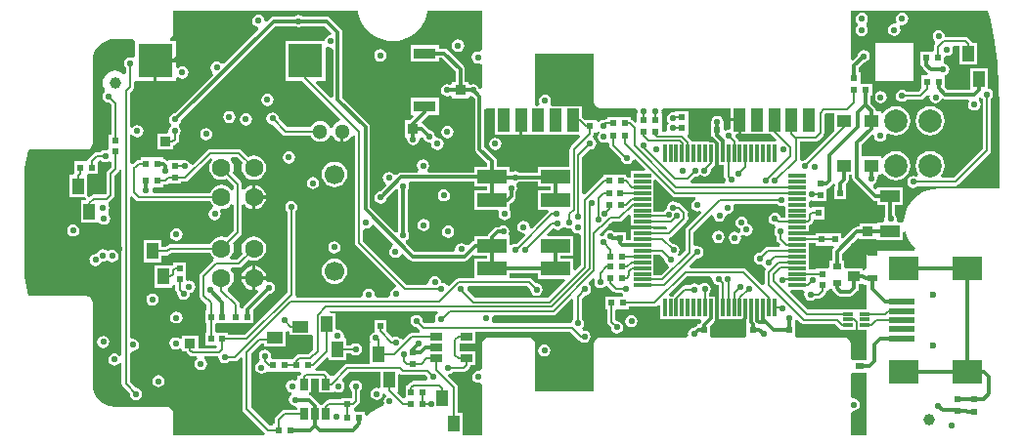
<source format=gbl>
G04*
G04 #@! TF.GenerationSoftware,Altium Limited,Altium Designer,18.0.9 (584)*
G04*
G04 Layer_Physical_Order=4*
G04 Layer_Color=16711680*
%FSLAX44Y44*%
%MOMM*%
G71*
G01*
G75*
%ADD11C,0.2000*%
%ADD14C,0.2500*%
%ADD16C,0.2540*%
%ADD20R,1.0190X2.0000*%
%ADD22R,0.9000X0.9000*%
%ADD23R,0.6000X0.6000*%
%ADD24R,0.6000X0.6000*%
%ADD25R,0.9000X0.9000*%
%ADD37R,1.4000X1.0000*%
%ADD38R,0.5000X0.6000*%
%ADD40R,0.6000X0.5000*%
%ADD44R,0.7000X1.0000*%
%ADD45R,1.0000X0.7000*%
%ADD48C,1.0000*%
%ADD49R,1.0000X1.4000*%
%ADD93C,0.3000*%
%ADD97C,0.7000*%
%ADD98C,1.6002*%
%ADD99C,2.0000*%
%ADD100C,1.6992*%
%ADD101C,1.2996*%
%ADD102C,0.6000*%
%ADD103C,0.5500*%
%ADD104R,0.8300X0.6300*%
%ADD105R,1.7000X1.0000*%
%ADD106R,0.8000X0.6000*%
%ADD107R,1.0000X0.9000*%
%ADD108R,1.5000X0.3000*%
%ADD109R,0.3000X1.5000*%
%ADD110R,3.0000X3.0000*%
%ADD111R,2.5000X2.0000*%
%ADD112R,2.3000X0.5000*%
%ADD113R,0.8500X0.3000*%
%ADD114R,1.9000X3.2500*%
%ADD115R,1.9000X0.9500*%
%ADD116R,1.2500X1.1000*%
%ADD117R,2.5000X1.2000*%
G36*
X401642Y339778D02*
X399642Y338598D01*
X398220Y338881D01*
X396172Y338473D01*
X394435Y337313D01*
X393275Y335576D01*
X392868Y333528D01*
X393275Y331480D01*
X394435Y329743D01*
X396172Y328583D01*
X398220Y328175D01*
X399642Y328458D01*
X401642Y327278D01*
Y307404D01*
X399642Y306268D01*
X398953Y306679D01*
X398880Y307048D01*
X397720Y308785D01*
X395983Y309945D01*
X393935Y310352D01*
X391980Y309964D01*
X391867Y309956D01*
X389980Y311077D01*
Y312078D01*
X387059D01*
Y323140D01*
X386748Y324700D01*
X385864Y326023D01*
X371954Y339934D01*
X370631Y340818D01*
X369070Y341128D01*
X369070Y341128D01*
X364300D01*
Y344300D01*
X340300D01*
Y329800D01*
X364300D01*
Y332972D01*
X367381D01*
X378902Y321450D01*
Y312078D01*
X375980D01*
Y310849D01*
X373980Y309780D01*
X373733Y309945D01*
X371685Y310352D01*
X369636Y309945D01*
X367900Y308785D01*
X366739Y307048D01*
X366332Y305000D01*
X366739Y302951D01*
X367900Y301215D01*
X369636Y300054D01*
X371685Y299647D01*
X373733Y300054D01*
X373980Y300220D01*
X375980Y299151D01*
Y298078D01*
X389980D01*
Y298922D01*
X391867Y300043D01*
X391980Y300036D01*
X393417Y299750D01*
X395606Y297560D01*
Y254065D01*
X395606Y254065D01*
X395917Y252505D01*
X396801Y251181D01*
X406470Y241512D01*
Y238552D01*
X395548D01*
Y233720D01*
X355050D01*
X354444Y235720D01*
X354507Y235763D01*
X355668Y237500D01*
X356075Y239548D01*
X355668Y241596D01*
X354507Y243333D01*
X352771Y244493D01*
X350722Y244901D01*
X348674Y244493D01*
X346937Y243333D01*
X345777Y241596D01*
X345370Y239548D01*
X345777Y237500D01*
X346937Y235763D01*
X347001Y235720D01*
X346395Y233720D01*
X331869D01*
X331869Y233720D01*
X330308Y233410D01*
X328985Y232526D01*
X328010Y231551D01*
X325565Y231935D01*
X325095Y232639D01*
X323358Y233799D01*
X321310Y234207D01*
X319262Y233799D01*
X317525Y232639D01*
X316365Y230902D01*
X315957Y228854D01*
X316365Y226806D01*
X317525Y225069D01*
X318229Y224599D01*
X318613Y222154D01*
X313892Y217432D01*
X311896Y217035D01*
X310159Y215875D01*
X308999Y214138D01*
X308591Y212090D01*
X308999Y210042D01*
X310159Y208305D01*
X311896Y207145D01*
X313944Y206737D01*
X315992Y207145D01*
X317729Y208305D01*
X318889Y210042D01*
X319101Y211107D01*
X326719Y218725D01*
X328729Y218669D01*
X329170Y218347D01*
Y182416D01*
X328947Y182083D01*
X326529Y181673D01*
X304814Y203388D01*
Y273014D01*
X304814Y273014D01*
X304504Y274575D01*
X303620Y275898D01*
X281027Y298491D01*
Y344555D01*
X281092Y344883D01*
X281092Y344883D01*
Y355126D01*
X281092Y355126D01*
X280782Y356687D01*
X279898Y358010D01*
X279898Y358010D01*
X270275Y367634D01*
X268951Y368518D01*
X267391Y368828D01*
X267391Y368828D01*
X246542D01*
X244872Y369943D01*
X242824Y370351D01*
X240776Y369943D01*
X239106Y368828D01*
X221189D01*
X219628Y368518D01*
X218305Y367634D01*
X218305Y367634D01*
X215491Y364820D01*
X214565Y365024D01*
X213464Y365621D01*
X213130Y367298D01*
X211970Y369035D01*
X210233Y370195D01*
X208185Y370602D01*
X206136Y370195D01*
X204400Y369035D01*
X203239Y367298D01*
X202832Y365250D01*
X203239Y363201D01*
X204400Y361465D01*
X206136Y360304D01*
X207813Y359971D01*
X208410Y358870D01*
X208614Y357943D01*
X178669Y327998D01*
X176094Y328251D01*
X175997Y328397D01*
X174260Y329557D01*
X172212Y329965D01*
X170164Y329557D01*
X168427Y328397D01*
X167267Y326660D01*
X166859Y324612D01*
X167267Y322564D01*
X168427Y320827D01*
X168573Y320730D01*
X168826Y318155D01*
X135671Y285000D01*
X134140Y284695D01*
X132404Y283535D01*
X131243Y281798D01*
X130836Y279750D01*
X131243Y277702D01*
X132404Y275965D01*
X132390Y273569D01*
X131965Y273285D01*
X130805Y271548D01*
X130397Y269500D01*
X130427Y269350D01*
X128786Y267350D01*
X120508D01*
Y253350D01*
X134508D01*
Y256911D01*
X135224Y257053D01*
X136381Y257827D01*
X138273Y259719D01*
X139047Y260876D01*
X139319Y262242D01*
Y265570D01*
X139535Y265715D01*
X140695Y267452D01*
X141103Y269500D01*
X140695Y271548D01*
X139535Y273285D01*
X139549Y275681D01*
X139974Y275965D01*
X141134Y277702D01*
X141439Y279232D01*
X222878Y360671D01*
X239850D01*
X240776Y360053D01*
X242824Y359645D01*
X244872Y360053D01*
X245798Y360671D01*
X265701D01*
X271694Y354679D01*
X270764Y352825D01*
X268716Y352417D01*
X266979Y351257D01*
X265819Y349520D01*
X265526Y348050D01*
X231550D01*
Y313050D01*
X246326D01*
X246527Y312749D01*
X279083Y280193D01*
X278366Y278081D01*
X278338Y278077D01*
X276139Y277167D01*
X274251Y275718D01*
X272803Y273830D01*
X272259Y272517D01*
X270094D01*
X269558Y273810D01*
X268116Y275690D01*
X266236Y277132D01*
X264047Y278039D01*
X261698Y278348D01*
X259349Y278039D01*
X257161Y277132D01*
X255281Y275690D01*
X253839Y273810D01*
X253437Y272841D01*
X233206D01*
X225802Y280245D01*
X225853Y280500D01*
X225445Y282548D01*
X224285Y284285D01*
X222548Y285445D01*
X220500Y285853D01*
X218452Y285445D01*
X216715Y284285D01*
X215555Y282548D01*
X215147Y280500D01*
X215555Y278452D01*
X216715Y276715D01*
X218452Y275555D01*
X220500Y275147D01*
X220755Y275198D01*
X229205Y266749D01*
X230362Y265975D01*
X231728Y265703D01*
X253437D01*
X253839Y264734D01*
X255281Y262854D01*
X257161Y261412D01*
X259349Y260506D01*
X261698Y260196D01*
X264047Y260506D01*
X266236Y261412D01*
X268116Y262854D01*
X269558Y264734D01*
X270094Y266027D01*
X272259D01*
X272803Y264714D01*
X274251Y262826D01*
X276139Y261377D01*
X278338Y260466D01*
X279427Y260323D01*
Y269272D01*
X281967D01*
Y260323D01*
X283057Y260466D01*
X285256Y261377D01*
X287143Y262826D01*
X288592Y264714D01*
X288756Y265110D01*
X291229Y265854D01*
X291579Y265617D01*
Y172905D01*
X291851Y171539D01*
X292625Y170381D01*
X327476Y135530D01*
X326727Y133450D01*
X325546Y133215D01*
X323810Y132055D01*
X322649Y130318D01*
X322242Y128270D01*
X322397Y127488D01*
X320917Y125488D01*
X310627D01*
X308986Y127488D01*
X309037Y127750D01*
X308630Y129798D01*
X307470Y131535D01*
X305733Y132695D01*
X303685Y133103D01*
X301636Y132695D01*
X299900Y131535D01*
X298739Y129798D01*
X298332Y127750D01*
X298384Y127488D01*
X296742Y125488D01*
X241642D01*
X241317Y125707D01*
X240158Y127488D01*
X240253Y127969D01*
Y199820D01*
X240470Y199965D01*
X241630Y201701D01*
X242038Y203750D01*
X241630Y205798D01*
X240470Y207535D01*
X238733Y208695D01*
X236685Y209102D01*
X234636Y208695D01*
X232900Y207535D01*
X231739Y205798D01*
X231332Y203750D01*
X231739Y201701D01*
X232900Y199965D01*
X233116Y199820D01*
Y129447D01*
X196488Y92819D01*
X182000D01*
Y94750D01*
X174000D01*
X172000Y94750D01*
X170569Y96123D01*
Y101627D01*
X172000Y103000D01*
X182000D01*
Y103000D01*
X183750D01*
Y103000D01*
X191750D01*
X193750Y103000D01*
X195750Y103000D01*
X203750D01*
Y114000D01*
X203750Y114000D01*
X203750D01*
X204749Y115555D01*
X217716Y128522D01*
X219247Y128827D01*
X220984Y129987D01*
X222144Y131724D01*
X222551Y133772D01*
X222144Y135820D01*
X220984Y137557D01*
X219247Y138717D01*
X217198Y139125D01*
X216356Y138957D01*
X216231Y138998D01*
X214645Y140602D01*
X214703Y141042D01*
X205508D01*
Y131847D01*
X206855Y132024D01*
X207011Y131886D01*
X207641Y129982D01*
X195866Y118207D01*
X194982Y116884D01*
X194826Y116098D01*
X193865Y115739D01*
X192319Y116954D01*
Y118750D01*
X192047Y120116D01*
X191273Y121273D01*
X181366Y131181D01*
X181931Y133444D01*
X183728Y134823D01*
X185411Y137016D01*
X186469Y139571D01*
X186830Y142312D01*
X186469Y145053D01*
X185411Y147608D01*
X184395Y148931D01*
X185382Y150931D01*
X191026D01*
X192392Y151203D01*
X193550Y151977D01*
X199770Y158197D01*
X201497Y157481D01*
X204238Y157120D01*
X206980Y157481D01*
X209534Y158539D01*
X211728Y160223D01*
X213411Y162416D01*
X214469Y164971D01*
X214830Y167712D01*
X214469Y170453D01*
X213411Y173008D01*
X211728Y175201D01*
X209534Y176885D01*
X206980Y177943D01*
X204238Y178304D01*
X201497Y177943D01*
X198943Y176885D01*
X196749Y175201D01*
X195066Y173008D01*
X194008Y170453D01*
X193647Y167712D01*
X194008Y164971D01*
X194723Y163244D01*
X189548Y158069D01*
X184206D01*
X183527Y160069D01*
X183728Y160223D01*
X185411Y162416D01*
X186469Y164971D01*
X186830Y167712D01*
X186469Y170453D01*
X185754Y172181D01*
X192773Y179200D01*
X193547Y180358D01*
X193819Y181723D01*
Y205291D01*
X195819Y205970D01*
X196721Y204794D01*
X198922Y203104D01*
X201487Y202042D01*
X202968Y201847D01*
Y212312D01*
Y222777D01*
X201487Y222582D01*
X198922Y221520D01*
X196721Y219830D01*
X195819Y218654D01*
X193819Y219333D01*
Y223700D01*
X193547Y225066D01*
X192773Y226224D01*
X185754Y233244D01*
X186469Y234971D01*
X186830Y237712D01*
X186469Y240453D01*
X185411Y243008D01*
X183935Y244931D01*
X184194Y245983D01*
X184759Y246931D01*
X189972D01*
X194723Y242181D01*
X194008Y240453D01*
X193647Y237712D01*
X194008Y234971D01*
X195066Y232416D01*
X196749Y230223D01*
X198943Y228539D01*
X201497Y227481D01*
X204238Y227120D01*
X206980Y227481D01*
X209534Y228539D01*
X211728Y230223D01*
X213411Y232416D01*
X214469Y234971D01*
X214830Y237712D01*
X214469Y240453D01*
X213411Y243008D01*
X211728Y245201D01*
X209534Y246885D01*
X206980Y247943D01*
X204238Y248304D01*
X201497Y247943D01*
X199770Y247227D01*
X193974Y253023D01*
X192816Y253797D01*
X191450Y254069D01*
X166250D01*
X164884Y253797D01*
X163727Y253023D01*
X151302Y240599D01*
X149197Y241322D01*
X148220Y242785D01*
X146483Y243945D01*
X144435Y244352D01*
X143502Y244167D01*
X141550Y244050D01*
X141550Y244050D01*
X141550Y244050D01*
X130550D01*
Y244050D01*
X129258Y243514D01*
X128588Y244184D01*
X127265Y245068D01*
X126050Y245310D01*
Y246800D01*
X118050D01*
X116051Y246800D01*
Y246800D01*
X116050D01*
Y246800D01*
X106050D01*
Y244869D01*
X104617D01*
X103251Y244597D01*
X102093Y243823D01*
X99427Y241157D01*
X99226Y241023D01*
X99003Y240800D01*
X97003Y241628D01*
Y266075D01*
X99003Y266682D01*
X99650Y265715D01*
X101386Y264554D01*
X103435Y264147D01*
X105483Y264554D01*
X107220Y265715D01*
X108380Y267451D01*
X108787Y269500D01*
X108380Y271548D01*
X107220Y273285D01*
X105483Y274445D01*
X103435Y274853D01*
X101386Y274445D01*
X99650Y273285D01*
X99003Y272317D01*
X97003Y272924D01*
Y302777D01*
X99805Y305579D01*
X100579Y306736D01*
X100851Y308102D01*
Y311283D01*
X101510Y313010D01*
X117780D01*
Y330550D01*
X119050D01*
Y331820D01*
X136590D01*
Y348090D01*
X131925D01*
X131552Y350090D01*
X132965Y351035D01*
X134181Y352854D01*
X134608Y355000D01*
Y374392D01*
X294308D01*
X294375Y373541D01*
X295495Y368873D01*
X297333Y364437D01*
X299841Y360344D01*
X302959Y356693D01*
X306610Y353576D01*
X310703Y351067D01*
X315138Y349230D01*
X319806Y348109D01*
X324593Y347733D01*
X329379Y348109D01*
X334047Y349230D01*
X338482Y351067D01*
X342575Y353576D01*
X346226Y356693D01*
X349344Y360344D01*
X351852Y364437D01*
X353689Y368873D01*
X354810Y373541D01*
X354877Y374392D01*
X401642D01*
Y339778D01*
D02*
G37*
G36*
X84000Y349392D02*
X100050D01*
X101510Y348090D01*
X101510Y347392D01*
Y334316D01*
X99510Y333247D01*
X99330Y333367D01*
X97282Y333775D01*
X95234Y333367D01*
X93497Y332207D01*
X92337Y330470D01*
X91929Y328422D01*
X92337Y326374D01*
X93497Y324637D01*
X93713Y324492D01*
Y319498D01*
X91713Y318819D01*
X91582Y318990D01*
X89368Y320689D01*
X86790Y321757D01*
X84022Y322122D01*
X81255Y321757D01*
X78677Y320689D01*
X76462Y318990D01*
X74763Y316776D01*
X73695Y314197D01*
X73331Y311430D01*
X73695Y308663D01*
X74763Y306084D01*
X75333Y305342D01*
X75007Y303369D01*
X74904Y303299D01*
X73743Y301563D01*
X73336Y299514D01*
X73743Y297466D01*
X74904Y295729D01*
X76640Y294569D01*
X78689Y294161D01*
X78944Y294212D01*
X80732Y292424D01*
Y266800D01*
X78801D01*
Y258800D01*
X78800Y256800D01*
X78801Y254319D01*
X76800Y253023D01*
X75627Y253256D01*
X73578Y252849D01*
X71842Y251689D01*
X71697Y251472D01*
X68339D01*
X66973Y251201D01*
X65815Y250427D01*
X61527Y246139D01*
X60753Y244981D01*
X60620Y244309D01*
X59205Y243372D01*
X58667Y243270D01*
X57050Y243270D01*
X49050D01*
Y232270D01*
X47401Y231424D01*
X44924D01*
Y212424D01*
X57989D01*
X58980Y210424D01*
X58264Y209424D01*
X54425D01*
Y190424D01*
X69424D01*
X71080Y189593D01*
X72562Y188602D01*
X74611Y188195D01*
X76659Y188602D01*
X78396Y189763D01*
X79556Y191499D01*
X79963Y193548D01*
X79556Y195596D01*
X78487Y197196D01*
X78392Y197373D01*
X78158Y199897D01*
X78695Y200702D01*
X79103Y202750D01*
X78695Y204798D01*
X78116Y205665D01*
X78114Y206145D01*
X78584Y207938D01*
X78709Y208104D01*
X79267Y208477D01*
X82458Y211668D01*
X83232Y212826D01*
X83503Y214191D01*
Y230772D01*
X86972Y234240D01*
X87745Y235398D01*
X87866Y236005D01*
X89866Y235808D01*
Y75147D01*
X87866Y74541D01*
X87335Y75335D01*
X85599Y76495D01*
X83550Y76903D01*
X81502Y76495D01*
X79765Y75335D01*
X78605Y73598D01*
X78198Y71550D01*
X78605Y69502D01*
X79765Y67765D01*
X81502Y66605D01*
X83550Y66197D01*
X85599Y66605D01*
X87335Y67765D01*
X87866Y68559D01*
X89866Y67952D01*
Y50250D01*
X90138Y48884D01*
X90911Y47726D01*
X96883Y41755D01*
X96832Y41500D01*
X97239Y39451D01*
X98400Y37715D01*
X100136Y36554D01*
X102185Y36147D01*
X104233Y36554D01*
X105970Y37715D01*
X107130Y39451D01*
X107538Y41500D01*
X107130Y43548D01*
X105970Y45285D01*
X104233Y46445D01*
X102185Y46852D01*
X101929Y46802D01*
X97003Y51728D01*
Y77178D01*
X99003Y78820D01*
X99398Y78741D01*
X101447Y79149D01*
X103183Y80309D01*
X104344Y82046D01*
X104751Y84094D01*
X104344Y86142D01*
X103183Y87879D01*
X101447Y89039D01*
X99398Y89447D01*
X99003Y89368D01*
X97003Y91010D01*
Y212122D01*
X99003Y212950D01*
X102165Y209789D01*
X103322Y209015D01*
X104688Y208743D01*
X166350D01*
X167066Y207016D01*
X168749Y204823D01*
X169025Y204611D01*
X168526Y202473D01*
X168386Y202445D01*
X166650Y201285D01*
X165489Y199548D01*
X165082Y197500D01*
X165489Y195451D01*
X166650Y193715D01*
X168386Y192554D01*
X170435Y192147D01*
X172483Y192554D01*
X174220Y193715D01*
X175380Y195451D01*
X175788Y197500D01*
X175380Y199548D01*
X175184Y199842D01*
X176238Y201720D01*
X178980Y202081D01*
X181534Y203139D01*
X183728Y204823D01*
X184681Y206065D01*
X186681Y205386D01*
Y183202D01*
X180707Y177227D01*
X178980Y177943D01*
X176238Y178304D01*
X173497Y177943D01*
X170943Y176885D01*
X168749Y175201D01*
X167066Y173008D01*
X166350Y171281D01*
X131462D01*
X130096Y171009D01*
X128939Y170235D01*
X127572Y168869D01*
X124050D01*
Y174800D01*
X109051D01*
Y155800D01*
X124050D01*
Y161731D01*
X129050D01*
X130416Y162003D01*
X131573Y162777D01*
X132940Y164143D01*
X166350D01*
X167066Y162416D01*
X168749Y160223D01*
X169646Y159534D01*
X169444Y157169D01*
X169227Y157023D01*
X158097Y145893D01*
X157323Y144736D01*
X157051Y143370D01*
Y127130D01*
X157323Y125764D01*
X158097Y124607D01*
X163431Y119272D01*
Y114000D01*
X162000D01*
Y103000D01*
X163431D01*
Y94750D01*
X162000D01*
Y83750D01*
X171733Y83750D01*
X172135Y82363D01*
X170886Y81039D01*
X156098D01*
Y92090D01*
X142098D01*
Y90192D01*
X141242Y89674D01*
X140098Y89347D01*
X138649Y90315D01*
X136600Y90723D01*
X134552Y90315D01*
X132815Y89155D01*
X131655Y87418D01*
X131248Y85370D01*
X131655Y83322D01*
X132815Y81585D01*
X134552Y80425D01*
X136600Y80017D01*
X138649Y80425D01*
X140098Y81393D01*
X141242Y81067D01*
X142098Y80548D01*
Y78090D01*
X145832D01*
X146575Y76979D01*
X148607Y74947D01*
X149764Y74173D01*
X151130Y73901D01*
X154677D01*
X155284Y71901D01*
X154457Y71349D01*
X153297Y69612D01*
X152889Y67564D01*
X153297Y65516D01*
X154457Y63779D01*
X156194Y62619D01*
X158242Y62211D01*
X160290Y62619D01*
X162027Y63779D01*
X163187Y65516D01*
X163595Y67564D01*
X163187Y69612D01*
X162027Y71349D01*
X161200Y71901D01*
X161807Y73901D01*
X173057D01*
X173463Y73406D01*
X173871Y71358D01*
X175031Y69621D01*
X176768Y68461D01*
X178816Y68053D01*
X180864Y68461D01*
X182601Y69621D01*
X182746Y69837D01*
X187778D01*
X189144Y70109D01*
X190302Y70883D01*
X192704Y73284D01*
X194551Y72519D01*
Y28422D01*
X194823Y27057D01*
X195597Y25899D01*
X213719Y7777D01*
X213972Y7607D01*
X213366Y5607D01*
X134608D01*
Y25000D01*
X134181Y27146D01*
X132965Y28965D01*
X131146Y30181D01*
X129000Y30607D01*
X84000D01*
X83750Y30558D01*
X80202Y30907D01*
X79114Y31237D01*
X76550Y32015D01*
X73185Y33814D01*
X70235Y36235D01*
X67814Y39185D01*
X66015Y42550D01*
X64907Y46202D01*
X64558Y49749D01*
X64608Y50000D01*
Y120750D01*
X64181Y122896D01*
X62965Y124715D01*
X61146Y125931D01*
X59000Y126357D01*
X9551D01*
X9345Y127093D01*
X6013Y142618D01*
X5608Y145281D01*
Y234719D01*
X6013Y237382D01*
X9345Y252906D01*
X9551Y253642D01*
X59000D01*
X61146Y254069D01*
X62965Y255285D01*
X64181Y257104D01*
X64608Y259250D01*
Y330000D01*
X64558Y330250D01*
X64907Y333798D01*
X66015Y337449D01*
X67814Y340815D01*
X70235Y343765D01*
X73185Y346186D01*
X76550Y347985D01*
X80202Y349093D01*
X83750Y349442D01*
X84000Y349392D01*
D02*
G37*
G36*
X268716Y342527D02*
X270764Y342119D01*
X270870Y342140D01*
X272870Y340499D01*
Y299327D01*
X270870Y298499D01*
X258167Y311202D01*
X258932Y313050D01*
X266550D01*
Y341568D01*
X268550Y342637D01*
X268716Y342527D01*
D02*
G37*
G36*
X498442Y295000D02*
X498869Y292854D01*
X500085Y291035D01*
X501904Y289819D01*
X504050Y289392D01*
X534896D01*
X536325Y287392D01*
X536147Y286500D01*
X536212Y286172D01*
X535976Y284172D01*
X535976D01*
X535976Y284172D01*
Y277371D01*
X534129Y276606D01*
X531961Y278773D01*
X530804Y279547D01*
X530500Y279607D01*
Y281750D01*
X520500D01*
Y281750D01*
X520500D01*
Y281750D01*
X510500D01*
Y279819D01*
X509000D01*
X507634Y279547D01*
X506928Y279075D01*
X506476Y279165D01*
X504428Y278757D01*
X502691Y277597D01*
X502546Y277380D01*
X500546Y277987D01*
Y279312D01*
X490783D01*
X488680Y281415D01*
X488154Y281766D01*
Y291392D01*
X461825D01*
X460756Y293392D01*
X461130Y293951D01*
X461538Y296000D01*
X461130Y298048D01*
X459970Y299785D01*
X458233Y300945D01*
X456185Y301353D01*
X454136Y300945D01*
X452400Y299785D01*
X451239Y298048D01*
X450832Y296000D01*
X451239Y293951D01*
X451613Y293392D01*
X450544Y291392D01*
X448476D01*
X447338Y293392D01*
X447658Y295000D01*
Y336392D01*
X498442D01*
Y295000D01*
D02*
G37*
G36*
X706300Y270550D02*
X706300D01*
X706715Y269548D01*
X681483Y244316D01*
X681228Y244367D01*
X679180Y243959D01*
X678897Y243771D01*
X677961Y244131D01*
X677003Y244911D01*
Y260431D01*
X690250D01*
X691615Y260703D01*
X692773Y261476D01*
X697023Y265727D01*
X697797Y266884D01*
X698069Y268250D01*
Y283772D01*
X699228Y284931D01*
X706300D01*
Y270550D01*
D02*
G37*
G36*
X503453Y268598D02*
Y268453D01*
X502293Y266716D01*
X501885Y264668D01*
X502293Y262620D01*
X503453Y260883D01*
X505190Y259723D01*
X507238Y259315D01*
X508570Y259580D01*
X510082Y259713D01*
X511794Y258509D01*
X511931Y258377D01*
Y257356D01*
X512203Y255991D01*
X512977Y254833D01*
X522081Y245729D01*
X522359Y244332D01*
X523519Y242595D01*
X525256Y241435D01*
X527304Y241027D01*
X529352Y241435D01*
X531089Y242595D01*
X532249Y244332D01*
X532300Y244587D01*
X534470Y245245D01*
X543060Y236656D01*
X542294Y234808D01*
X530461D01*
Y229991D01*
X529945Y229562D01*
X529341Y229312D01*
X528461Y229133D01*
X527392Y229847D01*
X526758Y229973D01*
Y232094D01*
X516758D01*
Y232094D01*
X514758Y232094D01*
X506758D01*
Y229976D01*
X506108Y229847D01*
X504951Y229073D01*
X490492Y214615D01*
X488645Y215380D01*
Y247124D01*
X495045Y253524D01*
X495300Y253473D01*
X497348Y253881D01*
X499085Y255041D01*
X500245Y256778D01*
X500653Y258826D01*
X500245Y260874D01*
X499085Y262611D01*
X498477Y263018D01*
X497681Y264703D01*
X497989Y265566D01*
X498343Y266096D01*
X498615Y267462D01*
Y268312D01*
X500546D01*
Y268312D01*
X502546Y269284D01*
X503453Y268598D01*
D02*
G37*
G36*
X841783Y365783D02*
X845261Y347020D01*
X847751Y328100D01*
X849249Y309076D01*
X849736Y290469D01*
X849643Y290000D01*
Y219608D01*
X796616D01*
X796478Y219580D01*
X791987Y219227D01*
X787472Y218143D01*
X783182Y216366D01*
X779222Y213940D01*
X775692Y210924D01*
X772676Y207393D01*
X770250Y203434D01*
X768473Y199144D01*
X767389Y194629D01*
X767177Y191937D01*
X766142Y190366D01*
X761806D01*
X760514Y192366D01*
X760749Y193548D01*
X760341Y195596D01*
X759220Y197274D01*
Y205366D01*
X766142D01*
Y220366D01*
X744142D01*
Y219787D01*
X742294Y219021D01*
X740212Y221104D01*
X740873Y223271D01*
X742285Y224215D01*
X743445Y225952D01*
X743853Y228000D01*
X743544Y229550D01*
X744390Y231060D01*
X744847Y231550D01*
X747300D01*
Y232364D01*
X748235Y232801D01*
X749300Y232911D01*
X751085Y230585D01*
X753696Y228581D01*
X756737Y227322D01*
X760000Y226892D01*
X763263Y227322D01*
X766304Y228581D01*
X768915Y230585D01*
X770919Y233196D01*
X772179Y236237D01*
X772608Y239500D01*
X772179Y242763D01*
X770919Y245804D01*
X768915Y248415D01*
X766304Y250419D01*
X763263Y251678D01*
X760000Y252108D01*
X756737Y251678D01*
X753696Y250419D01*
X751085Y248415D01*
X749300Y246089D01*
X748235Y246199D01*
X747300Y246636D01*
Y247550D01*
X730467D01*
Y257949D01*
X739360Y266842D01*
X741203Y265857D01*
X741140Y265536D01*
X741547Y263487D01*
X742707Y261751D01*
X744444Y260590D01*
X746492Y260183D01*
X748541Y260590D01*
X750277Y261751D01*
X751438Y263487D01*
X751845Y265536D01*
X751623Y266651D01*
X753438Y267779D01*
X753696Y267581D01*
X756737Y266322D01*
X760000Y265892D01*
X763263Y266322D01*
X766304Y267581D01*
X768915Y269585D01*
X770919Y272196D01*
X772179Y275237D01*
X772608Y278500D01*
X772179Y281763D01*
X770919Y284804D01*
X768915Y287415D01*
X766304Y289419D01*
X763263Y290678D01*
X760000Y291108D01*
X756737Y290678D01*
X753696Y289419D01*
X751085Y287415D01*
X749300Y285089D01*
X748235Y285199D01*
X747300Y285636D01*
Y286550D01*
X744109D01*
X742629Y287661D01*
X742318Y289222D01*
X741434Y290545D01*
X741434Y290545D01*
X738013Y293966D01*
Y300750D01*
X739435D01*
Y310750D01*
X731435D01*
X729435Y310750D01*
Y320750D01*
X728013D01*
Y324546D01*
X732735Y329268D01*
X734265Y329572D01*
X736002Y330733D01*
X737162Y332469D01*
X737570Y334518D01*
X737162Y336566D01*
X736002Y338303D01*
X734265Y339463D01*
X732217Y339870D01*
X730168Y339463D01*
X728432Y338303D01*
X727271Y336566D01*
X726967Y335036D01*
X722858Y330927D01*
X720858Y331755D01*
Y374392D01*
X839716D01*
X841783Y365783D01*
D02*
G37*
G36*
X617126Y280770D02*
X624761D01*
Y279500D01*
X626031D01*
Y266960D01*
X632396D01*
Y267000D01*
X652092D01*
X652237Y266782D01*
X656864Y262156D01*
X656098Y260308D01*
X623619D01*
Y260796D01*
X623347Y262162D01*
X622574Y263319D01*
X620933Y264960D01*
X621089Y265878D01*
X621978Y266960D01*
X623491D01*
Y278230D01*
X617126D01*
Y272040D01*
X615580Y270771D01*
X615390Y270809D01*
X613342Y270401D01*
X612750Y270006D01*
X610750Y271075D01*
Y276000D01*
X610750D01*
X610853Y277500D01*
X610762Y277955D01*
X610445Y279548D01*
X609285Y281285D01*
X607548Y282445D01*
X605500Y282853D01*
X603452Y282445D01*
X601715Y281285D01*
X600555Y279548D01*
X600209Y277810D01*
X599750Y276000D01*
X599750D01*
X599750Y274136D01*
Y265000D01*
X601378D01*
X601482Y264478D01*
X602366Y263155D01*
X603214Y262308D01*
X602385Y260308D01*
X583468D01*
X583348Y260916D01*
X582574Y262073D01*
X579488Y265159D01*
X580250Y267000D01*
X580250D01*
Y277000D01*
X580250D01*
X580250Y279000D01*
Y287000D01*
X569250D01*
Y287000D01*
X567980Y285958D01*
X567250Y286103D01*
X565202Y285695D01*
X563465Y284535D01*
X562305Y282798D01*
X561897Y280750D01*
X562305Y278702D01*
X563465Y276965D01*
Y275995D01*
X563150Y275785D01*
X561989Y274048D01*
X561582Y272000D01*
X561844Y270681D01*
X560616Y268681D01*
X557390D01*
Y274172D01*
X557391D01*
Y274172D01*
X557390D01*
Y284172D01*
X557391Y284172D01*
X557391D01*
X557222Y286172D01*
X557287Y286500D01*
X557110Y287392D01*
X558538Y289392D01*
X617126D01*
Y280770D01*
D02*
G37*
G36*
X407250Y289392D02*
X412964D01*
Y266392D01*
X427924D01*
Y266352D01*
X434289D01*
Y278892D01*
X436829D01*
Y266352D01*
X443194D01*
Y266392D01*
X486101D01*
X486929Y264392D01*
X478553Y256015D01*
X477779Y254858D01*
X477507Y253492D01*
Y238552D01*
X450548D01*
Y233694D01*
X433876D01*
X432578Y234561D01*
X430530Y234969D01*
X428482Y234561D01*
X427548Y233938D01*
X425548Y234572D01*
Y238552D01*
X414627D01*
Y243202D01*
X414316Y244762D01*
X413432Y246085D01*
X413432Y246085D01*
X403763Y255755D01*
Y288493D01*
X405763Y289688D01*
X407250Y289392D01*
D02*
G37*
G36*
X605961Y240308D02*
X611392D01*
Y230474D01*
X611664Y229108D01*
X612437Y227950D01*
X612883Y227505D01*
X612832Y227250D01*
X613017Y226318D01*
X611607Y224318D01*
X583017D01*
X582390Y225926D01*
X582365Y226318D01*
X585995Y229948D01*
X586250Y229897D01*
X588298Y230305D01*
X588912Y230715D01*
X590650Y231715D01*
X592386Y230554D01*
X594435Y230147D01*
X596483Y230554D01*
X598220Y231715D01*
X599380Y233451D01*
X599787Y235500D01*
X599654Y236172D01*
X602484Y239002D01*
X603257Y240160D01*
X603287Y240308D01*
X603960D01*
Y247538D01*
X605961Y248425D01*
Y240308D01*
D02*
G37*
G36*
X168493Y244868D02*
X167066Y243008D01*
X166008Y240453D01*
X165647Y237712D01*
X166008Y234971D01*
X167066Y232416D01*
X168749Y230223D01*
X170943Y228539D01*
X173497Y227481D01*
X176238Y227120D01*
X178980Y227481D01*
X180707Y228197D01*
X186681Y222222D01*
Y219238D01*
X184681Y218559D01*
X183728Y219801D01*
X181534Y221485D01*
X178980Y222543D01*
X176238Y222904D01*
X173497Y222543D01*
X170943Y221485D01*
X168749Y219801D01*
X167066Y217608D01*
X166350Y215881D01*
X117824D01*
X116240Y217881D01*
X116351Y218440D01*
X116229Y219050D01*
X117790Y221050D01*
X126050D01*
Y222981D01*
X127300D01*
X128666Y223253D01*
X128782Y223331D01*
X130550Y224050D01*
X130550Y224050D01*
X130550Y224050D01*
X141550D01*
Y225481D01*
X144800D01*
X146166Y225753D01*
X147323Y226527D01*
X166987Y246190D01*
X168493Y244868D01*
D02*
G37*
G36*
X73578Y242958D02*
X75627Y242551D01*
X77675Y242958D01*
X78880Y243763D01*
X80634Y243085D01*
X80880Y242877D01*
Y238242D01*
X77411Y234773D01*
X76638Y233615D01*
X76366Y232250D01*
Y215670D01*
X75265Y214569D01*
X65500D01*
X64134Y214297D01*
X62977Y213523D01*
X61924Y212471D01*
X59924Y213300D01*
Y230270D01*
X59924Y231424D01*
X61574Y232270D01*
X69050D01*
Y242973D01*
X70182Y243915D01*
X71842Y244119D01*
X73578Y242958D01*
D02*
G37*
G36*
X722310Y229160D02*
X722310Y229160D01*
X722620Y227599D01*
X723505Y226276D01*
X739798Y209982D01*
X739798Y209982D01*
X741121Y209098D01*
X742682Y208788D01*
X744142D01*
Y205366D01*
X751064D01*
Y196514D01*
X750451Y195596D01*
X750043Y193548D01*
X750278Y192366D01*
X748986Y190366D01*
X744142D01*
Y190366D01*
X742750Y189500D01*
X728750D01*
Y186578D01*
X726500D01*
X724939Y186268D01*
X723616Y185384D01*
X723616Y185384D01*
X714598Y176365D01*
X712750Y177131D01*
Y181250D01*
X701750D01*
Y181250D01*
X701250D01*
Y181250D01*
X690250D01*
Y179377D01*
X684460D01*
Y179808D01*
X668958D01*
X667717Y181808D01*
X684460D01*
Y187419D01*
X684923Y187511D01*
X686081Y188285D01*
X688273Y190477D01*
X689047Y191634D01*
X689319Y193000D01*
X698500D01*
Y204000D01*
X687500D01*
Y203480D01*
X686353Y202825D01*
X684460Y204013D01*
Y208078D01*
X685473Y208825D01*
X687226Y209389D01*
X688294Y209159D01*
X689000Y209000D01*
Y209000D01*
X690874Y209000D01*
X700000D01*
Y219000D01*
X701475Y220267D01*
X702746Y221116D01*
X705130Y223500D01*
X705130Y223500D01*
X705630Y224248D01*
X707630Y223641D01*
Y221400D01*
X706708D01*
Y210400D01*
X716708D01*
Y221400D01*
X716708D01*
X716594Y223400D01*
X717884Y224690D01*
X717884Y224690D01*
X718768Y226013D01*
X719078Y227574D01*
X719078Y227574D01*
Y231550D01*
X722310D01*
Y229160D01*
D02*
G37*
G36*
X657465Y206215D02*
X659202Y205055D01*
X661250Y204647D01*
X662460Y204888D01*
X664461Y203609D01*
Y194377D01*
X663583D01*
X663523Y194365D01*
X660510D01*
X660265Y195596D01*
X659105Y197333D01*
X657368Y198493D01*
X655320Y198901D01*
X653272Y198493D01*
X651535Y197333D01*
X650375Y195596D01*
X649967Y193548D01*
X650375Y191500D01*
X651535Y189763D01*
X653272Y188603D01*
X655320Y188195D01*
X656031Y186324D01*
X656095Y185761D01*
X656074Y185700D01*
X655305Y184548D01*
X654897Y182500D01*
X655305Y180452D01*
X656465Y178715D01*
X656681Y178570D01*
Y175815D01*
X656953Y174449D01*
X657727Y173292D01*
X659794Y171224D01*
X659029Y169377D01*
X649308D01*
X647942Y169105D01*
X646785Y168331D01*
X642755Y164302D01*
X642500Y164353D01*
X640452Y163945D01*
X638715Y162785D01*
X637555Y161048D01*
X637147Y159000D01*
X637555Y156952D01*
X638715Y155215D01*
X640452Y154055D01*
X642500Y153647D01*
X642802Y153707D01*
X644805Y153202D01*
X645965Y151465D01*
X646203Y151306D01*
X647395Y149780D01*
X646767Y148707D01*
X646669Y148560D01*
X646398Y147194D01*
Y136874D01*
X645085Y136111D01*
X644445Y135998D01*
X630670Y149773D01*
X629512Y150547D01*
X628146Y150819D01*
X582228D01*
X581463Y152666D01*
X587995Y159198D01*
X588250Y159147D01*
X590298Y159555D01*
X592035Y160715D01*
X593195Y162452D01*
X593603Y164500D01*
X593195Y166548D01*
X592035Y168285D01*
X590298Y169445D01*
X588250Y169853D01*
X587069Y169618D01*
X585069Y170911D01*
Y182218D01*
X600046Y197196D01*
X601897Y196250D01*
X602305Y194202D01*
X603465Y192465D01*
X605202Y191305D01*
X607250Y190897D01*
X609298Y191305D01*
X611035Y192465D01*
X612195Y194202D01*
X612603Y196250D01*
X614250Y197897D01*
X616298Y198305D01*
X618035Y199465D01*
X619195Y201202D01*
X619603Y203250D01*
X619368Y204431D01*
X620661Y206431D01*
X657320D01*
X657465Y206215D01*
D02*
G37*
G36*
X324926Y171741D02*
X324267Y169572D01*
X322859Y168631D01*
X321699Y166894D01*
X321291Y164846D01*
X321699Y162798D01*
X322859Y161061D01*
X324596Y159901D01*
X326644Y159493D01*
X328692Y159901D01*
X330429Y161061D01*
X331370Y162469D01*
X333539Y163128D01*
X338751Y157916D01*
X340074Y157032D01*
X341634Y156722D01*
X341634Y156722D01*
X386389D01*
X386389Y156722D01*
X387950Y157032D01*
X389273Y157916D01*
X393701Y162344D01*
X395548Y161578D01*
Y161552D01*
X406470D01*
Y158552D01*
X395548D01*
Y142252D01*
X382019D01*
X380654Y141981D01*
X380033Y141566D01*
X379937Y141547D01*
X378780Y140773D01*
X373451Y135444D01*
X371007Y135829D01*
X370535Y136535D01*
X368798Y137695D01*
X366750Y138103D01*
X366353Y138500D01*
X365945Y140548D01*
X364785Y142285D01*
X363048Y143445D01*
X361000Y143853D01*
X358952Y143445D01*
X357215Y142285D01*
X356055Y140548D01*
X355647Y138500D01*
X355683Y138319D01*
X354042Y136319D01*
X336781D01*
X298717Y174383D01*
Y183822D01*
X300717Y185303D01*
X301498Y185147D01*
X303546Y185555D01*
X305283Y186715D01*
X306020Y187818D01*
X308309Y188358D01*
X324926Y171741D01*
D02*
G37*
G36*
X395548Y221552D02*
X406470D01*
Y218552D01*
X395548D01*
Y201552D01*
X415299D01*
X416423Y199689D01*
X416419Y199552D01*
X416033Y197612D01*
X416441Y195564D01*
X417601Y193827D01*
X419338Y192667D01*
X421386Y192259D01*
X423434Y192667D01*
X425171Y193827D01*
X426331Y195564D01*
X426739Y197612D01*
X426331Y199660D01*
X426255Y199775D01*
X425549Y201552D01*
X425549Y201552D01*
X425548Y201552D01*
Y206247D01*
X425735Y206284D01*
X427058Y207168D01*
X429858Y209968D01*
X429858Y209968D01*
X430742Y211291D01*
X431052Y212852D01*
X431052Y212852D01*
Y216618D01*
X431919Y217916D01*
X432327Y219964D01*
X431919Y222012D01*
X431632Y222443D01*
X432552Y224665D01*
X432578Y224671D01*
X433876Y225538D01*
X450548D01*
Y221552D01*
X461470D01*
Y218552D01*
X450548D01*
Y201552D01*
X458484D01*
X459309Y199552D01*
X444746Y184990D01*
X442903Y185975D01*
X442995Y186436D01*
X442587Y188484D01*
X441427Y190221D01*
X439690Y191381D01*
X437642Y191789D01*
X435594Y191381D01*
X433857Y190221D01*
X432697Y188484D01*
X432289Y186436D01*
X432697Y184388D01*
X433857Y182651D01*
X435594Y181491D01*
X437642Y181083D01*
X438103Y181175D01*
X439088Y179332D01*
X431508Y171752D01*
X431000Y171853D01*
X428952Y171445D01*
X427548Y170508D01*
X426312Y170884D01*
X425548Y171391D01*
Y178552D01*
X425549Y178552D01*
X425107Y180552D01*
X425469Y182372D01*
X425061Y184420D01*
X423901Y186157D01*
X422164Y187317D01*
X420116Y187725D01*
X418068Y187317D01*
X416770Y186450D01*
X415036D01*
X415036Y186450D01*
X413475Y186140D01*
X412152Y185256D01*
X412152Y185256D01*
X407665Y180768D01*
X406781Y179445D01*
X406603Y178552D01*
X395548D01*
Y174112D01*
X394081Y173820D01*
X392757Y172936D01*
X390257Y170436D01*
X387683Y170690D01*
X387585Y170835D01*
X385849Y171995D01*
X383800Y172403D01*
X381752Y171995D01*
X380015Y170835D01*
X378855Y169098D01*
X378448Y167050D01*
X378482Y166878D01*
X376840Y164878D01*
X343324D01*
X335851Y172351D01*
X336261Y174769D01*
X337033Y175285D01*
X338193Y177022D01*
X338601Y179070D01*
X338193Y181118D01*
X337326Y182416D01*
Y218651D01*
X338195Y219952D01*
X338603Y222000D01*
X338292Y223564D01*
X339405Y225564D01*
X395548D01*
Y221552D01*
D02*
G37*
G36*
X530461Y196327D02*
Y186808D01*
X550460D01*
Y187239D01*
X561336D01*
X562316Y185239D01*
X561647Y184377D01*
X550460D01*
Y184808D01*
X530461D01*
Y174886D01*
X526550D01*
Y181800D01*
X516692D01*
X516535Y182035D01*
X514798Y183195D01*
X512750Y183603D01*
X510702Y183195D01*
X508965Y182035D01*
X507805Y180298D01*
X507781Y180180D01*
X507773Y180146D01*
X506750Y178353D01*
X505742Y178152D01*
X503705Y179295D01*
X503512Y179556D01*
X503402Y180301D01*
X506677Y183577D01*
X507317Y184005D01*
X511193Y187881D01*
X511621Y188521D01*
X514122Y191021D01*
X520848D01*
X522213Y191293D01*
X523371Y192067D01*
X528707Y197402D01*
X530461Y196327D01*
D02*
G37*
G36*
X473938Y186316D02*
X475452Y185305D01*
X477500Y184897D01*
X479296Y185254D01*
X479555Y183952D01*
X480715Y182215D01*
X482452Y181055D01*
X484500Y180647D01*
X484997Y180746D01*
X486997Y179132D01*
Y153160D01*
X482396Y148559D01*
X480548Y149325D01*
Y158552D01*
X469627D01*
Y161552D01*
X480548D01*
Y178552D01*
X458966D01*
X458200Y180400D01*
X461915Y184114D01*
X463467Y185299D01*
X465203Y184139D01*
X467252Y183732D01*
X469300Y184139D01*
X471036Y185299D01*
X471562Y186087D01*
X473619Y186448D01*
X473938Y186316D01*
D02*
G37*
G36*
X768473Y180856D02*
X770250Y176566D01*
X772676Y172607D01*
X775692Y169076D01*
X777021Y167940D01*
X776283Y165940D01*
X734250D01*
Y150199D01*
X732338Y148916D01*
X731292Y149435D01*
X731250Y149762D01*
Y150750D01*
X716250D01*
X715500Y152439D01*
Y157500D01*
X713078D01*
Y163311D01*
X726750Y176982D01*
X728750Y176154D01*
Y175500D01*
X742750D01*
Y175500D01*
X744142Y175366D01*
Y175366D01*
X744695Y175366D01*
X766142D01*
Y181997D01*
X768142Y182234D01*
X768473Y180856D01*
D02*
G37*
G36*
X566431Y213284D02*
X567588Y212511D01*
X568954Y212239D01*
X586226D01*
X586422Y210239D01*
X586202Y210195D01*
X584465Y209035D01*
X583305Y207298D01*
X582897Y205250D01*
X583305Y203202D01*
X584465Y201465D01*
X586202Y200305D01*
X588250Y199897D01*
X590216Y200288D01*
X590346Y200204D01*
X591395Y198638D01*
X578977Y186220D01*
X578203Y185062D01*
X577931Y183697D01*
Y165728D01*
X573306Y161103D01*
X570988Y161614D01*
X570865Y161951D01*
X571136Y162366D01*
X571285Y162465D01*
X572445Y164202D01*
X572853Y166250D01*
X572445Y168298D01*
X571285Y170035D01*
X569548Y171195D01*
X567500Y171603D01*
X567245Y171552D01*
X563375Y175422D01*
X564273Y177352D01*
X565074Y177511D01*
X566231Y178285D01*
X579200Y191253D01*
X579974Y192411D01*
X580245Y193777D01*
Y198720D01*
X579974Y200085D01*
X579200Y201243D01*
X574679Y205764D01*
X573521Y206538D01*
X572155Y206810D01*
X571332D01*
X571188Y207026D01*
X569451Y208186D01*
X567403Y208594D01*
X565354Y208186D01*
X563618Y207026D01*
X562457Y205289D01*
X562050Y203241D01*
X562313Y201921D01*
X561229Y201705D01*
X559492Y200545D01*
X558712Y199377D01*
X550460D01*
Y206808D01*
Y216808D01*
Y226426D01*
X551898Y227403D01*
X552191Y227525D01*
X566431Y213284D01*
D02*
G37*
G36*
X690250Y170250D02*
X701250D01*
Y170250D01*
X701750D01*
Y170250D01*
X705869D01*
X706635Y168402D01*
X706116Y167884D01*
X705232Y166561D01*
X704922Y165000D01*
X704922Y165000D01*
Y157500D01*
X702500D01*
Y152543D01*
X702000Y150750D01*
X691000D01*
Y149319D01*
X684460D01*
Y161808D01*
Y172239D01*
X690250D01*
Y170250D01*
D02*
G37*
G36*
X559698Y158755D02*
X559647Y158500D01*
X560055Y156452D01*
X561215Y154715D01*
X562952Y153555D01*
X563591Y151388D01*
X556580Y144377D01*
X550460D01*
Y151808D01*
Y162239D01*
X556214D01*
X559698Y158755D01*
D02*
G37*
G36*
X499552Y141480D02*
X499661Y141082D01*
X499305Y140548D01*
X498897Y138500D01*
X499305Y136452D01*
X500465Y134715D01*
X502202Y133555D01*
X504250Y133147D01*
X506298Y133555D01*
X508035Y134715D01*
X508237Y135017D01*
X510640Y135013D01*
X510675Y134961D01*
X515063Y130572D01*
X516221Y129799D01*
X517587Y129527D01*
X517588Y129527D01*
X522358D01*
X522503Y129311D01*
X524240Y128151D01*
X524243Y128150D01*
X524046Y126150D01*
X518588Y126150D01*
X516588Y126150D01*
X508588D01*
Y115150D01*
X510019D01*
Y104328D01*
X510291Y102963D01*
X511065Y101805D01*
X513301Y99569D01*
X513250Y99314D01*
X513657Y97265D01*
X514818Y95529D01*
X516554Y94368D01*
X518603Y93961D01*
X520651Y94368D01*
X522388Y95529D01*
X523548Y97265D01*
X523955Y99314D01*
X523548Y101362D01*
X522388Y103099D01*
X520651Y104259D01*
X518603Y104667D01*
X517157Y106042D01*
Y113777D01*
X518588Y115150D01*
X520588Y115150D01*
X528588D01*
Y117081D01*
X551060D01*
X552426Y117353D01*
X553583Y118127D01*
X554113Y118656D01*
X555961Y117891D01*
Y106308D01*
X590905D01*
X591670Y104460D01*
X591144Y103934D01*
X590260Y102611D01*
X590243Y102528D01*
X588528D01*
Y101007D01*
X587465Y100796D01*
X586142Y99912D01*
X584952Y98722D01*
X583422Y98417D01*
X581685Y97257D01*
X580525Y95520D01*
X580117Y93472D01*
X580289Y92607D01*
X578848Y90608D01*
X504050D01*
X501904Y90181D01*
X500085Y88965D01*
X498869Y87146D01*
X498442Y85000D01*
Y43608D01*
X447658D01*
Y85000D01*
X447231Y87146D01*
X446015Y88965D01*
X444196Y90181D01*
X442050Y90608D01*
X407250D01*
X405104Y90181D01*
X403285Y88965D01*
X402069Y87146D01*
X401642Y85000D01*
Y63012D01*
X399642Y61569D01*
X398780Y61741D01*
X396732Y61333D01*
X394995Y60173D01*
X393835Y58436D01*
X393427Y56388D01*
X393835Y54340D01*
X394995Y52603D01*
X396732Y51443D01*
X398780Y51035D01*
X399642Y51207D01*
X401642Y49764D01*
Y5607D01*
X386160D01*
X384550Y6550D01*
Y25550D01*
X380619D01*
Y47450D01*
X380347Y48815D01*
X379574Y49973D01*
X372537Y57009D01*
X372544Y57161D01*
X373325Y59050D01*
X374666Y59317D01*
X376403Y60477D01*
X376548Y60693D01*
X385572D01*
X386938Y60965D01*
X388095Y61739D01*
X390676Y64319D01*
X391449Y65477D01*
X391616Y66314D01*
X395652D01*
Y78314D01*
X382119D01*
Y85314D01*
X395652D01*
Y95653D01*
X477985D01*
X484721Y88917D01*
X485879Y88143D01*
X486437Y88032D01*
X486689Y87655D01*
X488426Y86495D01*
X490474Y86087D01*
X492522Y86495D01*
X494259Y87655D01*
X495419Y89392D01*
X495827Y91440D01*
X495419Y93488D01*
X494259Y95225D01*
X492522Y96385D01*
X490474Y96793D01*
X489594Y96618D01*
X489039Y97095D01*
X488417Y99085D01*
X489577Y100822D01*
X489985Y102870D01*
X489577Y104918D01*
X488417Y106655D01*
X488201Y106800D01*
Y124571D01*
X490661Y127032D01*
X490917Y126981D01*
X492965Y127388D01*
X494702Y128549D01*
X495862Y130285D01*
X496269Y132334D01*
X495862Y134382D01*
X494702Y136119D01*
X494396Y136323D01*
X494142Y138898D01*
X497317Y142072D01*
X499552Y141480D01*
D02*
G37*
G36*
X450548Y141552D02*
X472776D01*
X473541Y139704D01*
X458597Y124760D01*
X396095D01*
X388924Y131931D01*
X389038Y132500D01*
X388915Y133115D01*
X390474Y135115D01*
X440925D01*
X443705Y132335D01*
X443654Y132080D01*
X444061Y130031D01*
X445222Y128295D01*
X446958Y127134D01*
X449007Y126727D01*
X451055Y127134D01*
X452792Y128295D01*
X453952Y130031D01*
X454360Y132080D01*
X453952Y134128D01*
X452792Y135865D01*
X451055Y137025D01*
X449007Y137432D01*
X448751Y137382D01*
X444926Y141207D01*
X443768Y141981D01*
X442403Y142252D01*
X425548D01*
Y145974D01*
X450548D01*
Y141552D01*
D02*
G37*
G36*
X731250Y136750D02*
X733100Y136388D01*
Y136100D01*
X734250D01*
Y115092D01*
X726570D01*
Y115092D01*
X725570D01*
Y115092D01*
X712070D01*
Y114661D01*
X684136D01*
X668837Y129960D01*
X669602Y131808D01*
X679992D01*
X681061Y129808D01*
X681055Y129798D01*
X680647Y127750D01*
X681055Y125702D01*
X682215Y123965D01*
X683952Y122805D01*
X686000Y122397D01*
X688048Y122805D01*
X689785Y123965D01*
X689930Y124181D01*
X693000D01*
X694366Y124453D01*
X695523Y125227D01*
X699023Y128727D01*
X699797Y129884D01*
X699969Y130750D01*
X702000D01*
X702500Y132500D01*
X705071D01*
X705232Y131689D01*
X706116Y130366D01*
X709116Y127366D01*
X709116Y127366D01*
X710439Y126482D01*
X712000Y126172D01*
X720250D01*
X720250Y126172D01*
X721811Y126482D01*
X723134Y127366D01*
X726634Y130866D01*
X726634Y130866D01*
X727518Y132189D01*
X727828Y133750D01*
X727828Y133750D01*
Y136750D01*
X731250D01*
X731250Y136750D01*
D02*
G37*
G36*
X601233Y141681D02*
X601147Y141250D01*
X601555Y139202D01*
X602715Y137465D01*
X604452Y136305D01*
X606392Y135919D01*
Y126308D01*
X605961D01*
Y119077D01*
X603960Y118191D01*
Y126308D01*
X598529D01*
Y128998D01*
X599559Y130540D01*
X599967Y132588D01*
X599559Y134636D01*
X598399Y136373D01*
X596662Y137533D01*
X594614Y137941D01*
X592566Y137533D01*
X591396Y136752D01*
X589470Y136035D01*
X587733Y137195D01*
X585685Y137603D01*
X583636Y137195D01*
X581900Y136035D01*
X581755Y135818D01*
X577820D01*
X576454Y135547D01*
X576232Y135398D01*
X576124Y135377D01*
X574967Y134603D01*
X567437Y127074D01*
X566925Y126308D01*
X564378D01*
X563613Y128156D01*
X579138Y143681D01*
X599592D01*
X601233Y141681D01*
D02*
G37*
G36*
X481063Y123206D02*
Y106800D01*
X480847Y106655D01*
X479687Y104918D01*
X479279Y102870D01*
X479214Y102790D01*
X411091D01*
X410023Y104790D01*
X410130Y104951D01*
X410537Y107000D01*
X410414Y107623D01*
X411968Y109623D01*
X463389D01*
X464755Y109895D01*
X465912Y110668D01*
X479216Y123972D01*
X481063Y123206D01*
D02*
G37*
G36*
X364118Y111771D02*
X364093Y111623D01*
X362465Y110535D01*
X361305Y108798D01*
X360897Y106750D01*
X361287Y104790D01*
X361295Y104685D01*
X360176Y102790D01*
X352279D01*
X350423Y104646D01*
X350474Y104902D01*
X350066Y106950D01*
X348906Y108687D01*
X347169Y109847D01*
X345121Y110254D01*
X343072Y109847D01*
X341336Y108687D01*
X340175Y106950D01*
X339768Y104902D01*
X340175Y102853D01*
X341336Y101117D01*
X343072Y99956D01*
X345121Y99549D01*
X345376Y99600D01*
X348093Y96883D01*
X347993Y96113D01*
X347395Y94883D01*
X341367D01*
X340002Y94611D01*
X338844Y93837D01*
X338732Y93670D01*
X334028Y88966D01*
X331544Y89311D01*
X331139Y89917D01*
X329403Y91077D01*
X327354Y91485D01*
X325306Y91077D01*
X324311Y90412D01*
X318550Y96173D01*
Y106050D01*
X308550D01*
Y95114D01*
X307702Y94945D01*
X305965Y93785D01*
X304805Y92048D01*
X304397Y90000D01*
X304805Y87952D01*
X305407Y87050D01*
X304550Y85050D01*
X304550D01*
Y67819D01*
X285375D01*
X284009Y67547D01*
X282851Y66773D01*
X274466Y58388D01*
X272800Y57550D01*
Y57550D01*
X272800Y57550D01*
X270120D01*
X270097Y57666D01*
X269324Y58823D01*
X267574Y60573D01*
X266416Y61347D01*
X265051Y61618D01*
X257943D01*
X257337Y63618D01*
X257573Y63777D01*
X267461Y73664D01*
X269308Y72899D01*
Y70558D01*
X284308D01*
Y76481D01*
X288821D01*
X288823Y76479D01*
X290560Y75319D01*
X292608Y74911D01*
X294656Y75319D01*
X296393Y76479D01*
X297553Y78216D01*
X297961Y80264D01*
X297553Y82312D01*
X296393Y84049D01*
X294656Y85209D01*
X292608Y85617D01*
X290560Y85209D01*
X288823Y84049D01*
X288535Y83619D01*
X284308D01*
Y89558D01*
X283850D01*
X282212Y91558D01*
X282301Y92004D01*
X281894Y94053D01*
X280733Y95789D01*
X278997Y96950D01*
X276948Y97357D01*
X276808Y97329D01*
X274808Y98971D01*
Y111558D01*
X270560D01*
X269492Y113558D01*
X269535Y113623D01*
X363227D01*
X364118Y111771D01*
D02*
G37*
G36*
X628960Y106308D02*
X630882Y106119D01*
Y103750D01*
X630882Y103750D01*
X630718Y102808D01*
X630718Y102808D01*
Y91808D01*
X629216Y90608D01*
X601147D01*
X599528Y91528D01*
Y100783D01*
X602844Y104099D01*
X602844Y104099D01*
X603728Y105422D01*
X603960Y106308D01*
X605961D01*
Y106308D01*
X628960D01*
Y106308D01*
D02*
G37*
G36*
X235051Y95702D02*
Y92550D01*
X254050D01*
X255681Y91659D01*
Y79978D01*
X251822Y76119D01*
X243922D01*
X242557Y75847D01*
X241399Y75073D01*
X238777Y72451D01*
X238342Y71800D01*
X236301D01*
Y71800D01*
X235550D01*
Y71800D01*
X227550D01*
X225550Y71800D01*
X223550Y71800D01*
X220499D01*
X219004Y73800D01*
X219153Y74550D01*
X218746Y76598D01*
X217585Y78335D01*
X215849Y79495D01*
X213800Y79903D01*
X211752Y79495D01*
X210015Y78335D01*
X208855Y76598D01*
X208448Y74550D01*
X208855Y72502D01*
X209436Y71633D01*
X208783Y69500D01*
X208697Y69412D01*
X207035Y68301D01*
X205875Y66564D01*
X205467Y64516D01*
X205875Y62468D01*
X207035Y60731D01*
X208772Y59571D01*
X210820Y59163D01*
X212868Y59571D01*
X213734Y60149D01*
X215550Y60800D01*
X215550Y60800D01*
X215550Y60800D01*
X223550D01*
X225550Y60800D01*
X227550Y60800D01*
X235550D01*
Y60800D01*
X236301D01*
Y60800D01*
X244235D01*
X245068Y58987D01*
X244083Y57550D01*
X241800D01*
Y54099D01*
X239800Y53030D01*
X239538Y53205D01*
X237490Y53613D01*
X235442Y53205D01*
X233705Y52045D01*
X232545Y50308D01*
X232137Y48260D01*
X232545Y46212D01*
X233705Y44475D01*
X235442Y43315D01*
X236497Y43105D01*
X236920Y40981D01*
X235991Y40361D01*
X234831Y38624D01*
X234423Y36576D01*
X234831Y34528D01*
X235991Y32791D01*
X237728Y31631D01*
X239776Y31223D01*
X239800Y31228D01*
X241800Y29587D01*
Y27619D01*
X230552D01*
X229186Y27347D01*
X228029Y26573D01*
X223527Y22072D01*
X222754Y20914D01*
X222482Y19548D01*
Y15800D01*
X221050D01*
Y13869D01*
X217721D01*
X201689Y29901D01*
Y76246D01*
X210667Y85224D01*
X213050D01*
Y83050D01*
X232050D01*
Y95335D01*
X234014Y96413D01*
X235051Y95702D01*
D02*
G37*
G36*
X678122Y103141D02*
X679280Y102367D01*
X680646Y102095D01*
X707520D01*
X711047Y98569D01*
X712070Y97885D01*
Y97092D01*
X725570D01*
X725570Y97092D01*
X726570D01*
Y97092D01*
X727570Y97092D01*
X734250D01*
X734250Y71032D01*
X722480D01*
X720858Y71945D01*
Y85000D01*
X720431Y87146D01*
X719216Y88965D01*
X717396Y90181D01*
X715250Y90608D01*
X674447D01*
X672934Y91782D01*
Y102782D01*
X672934D01*
X672501Y103991D01*
X673196Y105460D01*
X675345Y105918D01*
X678122Y103141D01*
D02*
G37*
G36*
X314051Y47871D02*
X312050Y46715D01*
X310577Y47009D01*
X308528Y46601D01*
X306792Y45441D01*
X305631Y43704D01*
X305224Y41656D01*
X305631Y39607D01*
X306792Y37871D01*
X308528Y36710D01*
X310577Y36303D01*
X312625Y36710D01*
X314362Y37871D01*
X315522Y39607D01*
X315930Y41656D01*
X317292Y42173D01*
X318724Y40391D01*
X318602Y39471D01*
X318033Y39091D01*
X316873Y37354D01*
X316465Y35306D01*
X316873Y33258D01*
X316881Y33245D01*
X315993Y30975D01*
X315138Y30770D01*
X310703Y28932D01*
X306610Y26424D01*
X302959Y23306D01*
X302177Y22390D01*
X300300Y23082D01*
Y26300D01*
X292171D01*
X290940Y28108D01*
X291166Y29753D01*
X292323Y30527D01*
X295014Y33217D01*
X295787Y34375D01*
X296059Y35740D01*
Y44213D01*
X296275Y44357D01*
X297436Y46094D01*
X297843Y48142D01*
X297436Y50191D01*
X296275Y51927D01*
X294539Y53088D01*
X292490Y53495D01*
X290442Y53088D01*
X288705Y51927D01*
X287545Y50191D01*
X287138Y48142D01*
X287545Y46094D01*
X288705Y44357D01*
X288922Y44213D01*
Y38050D01*
X279800D01*
Y36618D01*
X269300D01*
X267935Y36347D01*
X266777Y35573D01*
X264277Y33073D01*
X263503Y31916D01*
X263431Y31550D01*
X261267D01*
X261068Y32550D01*
X260184Y33873D01*
X260184Y33873D01*
X254598Y39460D01*
X253275Y40344D01*
X252239Y40550D01*
X252436Y42550D01*
X253800D01*
Y54481D01*
X260800D01*
Y42550D01*
X272800D01*
Y42725D01*
X274800Y43794D01*
X275488Y43335D01*
X277536Y42927D01*
X279585Y43335D01*
X281321Y44495D01*
X282482Y46232D01*
X282889Y48280D01*
X282482Y50328D01*
X281321Y52065D01*
X281168Y52168D01*
X280914Y54743D01*
X286853Y60681D01*
X314051D01*
Y47871D01*
D02*
G37*
G36*
X331741Y58246D02*
X333107Y57975D01*
X353029D01*
X354337Y56516D01*
X354311Y56388D01*
X354623Y54819D01*
X353513Y52819D01*
X342500D01*
X341134Y52547D01*
X339977Y51773D01*
X337931Y49728D01*
X337231Y48680D01*
X335455D01*
Y38369D01*
X333805Y37565D01*
X333455Y37540D01*
X328434Y42561D01*
X329050Y44050D01*
X329050D01*
Y57989D01*
X331050Y58708D01*
X331741Y58246D01*
D02*
G37*
G36*
X734250Y5607D02*
X720858D01*
Y25584D01*
X722858Y27062D01*
X723646Y26905D01*
X725694Y27313D01*
X727431Y28473D01*
X728591Y30210D01*
X728999Y32258D01*
X728591Y34306D01*
X727431Y36043D01*
X725694Y37203D01*
X723646Y37611D01*
X722858Y37454D01*
X720858Y38932D01*
Y59119D01*
X722480Y60032D01*
X734250D01*
Y5607D01*
D02*
G37*
%LPC*%
G36*
X381000Y349103D02*
X378952Y348695D01*
X377215Y347535D01*
X376055Y345798D01*
X375647Y343750D01*
X376055Y341702D01*
X377215Y339965D01*
X378952Y338805D01*
X381000Y338397D01*
X383048Y338805D01*
X384785Y339965D01*
X385945Y341702D01*
X386353Y343750D01*
X385945Y345798D01*
X384785Y347535D01*
X383048Y348695D01*
X381000Y349103D01*
D02*
G37*
G36*
X313741Y340659D02*
X311693Y340251D01*
X309956Y339091D01*
X308796Y337354D01*
X308388Y335306D01*
X308796Y333258D01*
X309956Y331521D01*
X311693Y330361D01*
X313741Y329953D01*
X315790Y330361D01*
X317526Y331521D01*
X318686Y333258D01*
X319094Y335306D01*
X318686Y337354D01*
X317526Y339091D01*
X315790Y340251D01*
X313741Y340659D01*
D02*
G37*
G36*
X136590Y329280D02*
X120320D01*
Y313010D01*
X136590D01*
Y315823D01*
X137697Y316368D01*
X138590Y316587D01*
X140136Y315554D01*
X142185Y315147D01*
X144233Y315554D01*
X145970Y316715D01*
X147130Y318451D01*
X147538Y320500D01*
X147130Y322548D01*
X145970Y324285D01*
X144233Y325445D01*
X142185Y325853D01*
X140136Y325445D01*
X138590Y324412D01*
X137697Y324631D01*
X136590Y325177D01*
Y329280D01*
D02*
G37*
G36*
X215935Y302103D02*
X213886Y301695D01*
X212150Y300535D01*
X210989Y298798D01*
X210582Y296750D01*
X210989Y294701D01*
X212150Y292965D01*
X213886Y291804D01*
X215935Y291397D01*
X217983Y291804D01*
X219720Y292965D01*
X220880Y294701D01*
X221287Y296750D01*
X220880Y298798D01*
X219720Y300535D01*
X217983Y301695D01*
X215935Y302103D01*
D02*
G37*
G36*
X182935Y287103D02*
X180886Y286695D01*
X179150Y285535D01*
X177989Y283798D01*
X177582Y281750D01*
X177989Y279701D01*
X179150Y277965D01*
X180886Y276804D01*
X182935Y276397D01*
X184983Y276804D01*
X186720Y277965D01*
X187880Y279701D01*
X188288Y281750D01*
X187880Y283798D01*
X186720Y285535D01*
X184983Y286695D01*
X182935Y287103D01*
D02*
G37*
G36*
X197435Y285103D02*
X195386Y284695D01*
X193650Y283535D01*
X192489Y281798D01*
X192082Y279750D01*
X192489Y277701D01*
X193650Y275965D01*
X195386Y274804D01*
X197435Y274397D01*
X199483Y274804D01*
X201220Y275965D01*
X202380Y277701D01*
X202788Y279750D01*
X202380Y281798D01*
X201220Y283535D01*
X199483Y284695D01*
X197435Y285103D01*
D02*
G37*
G36*
X371791Y274084D02*
X369742Y273677D01*
X368006Y272517D01*
X366845Y270780D01*
X366438Y268732D01*
X366845Y266683D01*
X368006Y264947D01*
X369742Y263786D01*
X371791Y263379D01*
X373839Y263786D01*
X375576Y264947D01*
X376736Y266683D01*
X377144Y268732D01*
X376736Y270780D01*
X375576Y272517D01*
X373839Y273677D01*
X371791Y274084D01*
D02*
G37*
G36*
X163003Y272306D02*
X160954Y271899D01*
X159218Y270739D01*
X158057Y269002D01*
X157650Y266954D01*
X158057Y264905D01*
X159218Y263169D01*
X160954Y262008D01*
X163003Y261601D01*
X165051Y262008D01*
X166788Y263169D01*
X167948Y264905D01*
X168356Y266954D01*
X167948Y269002D01*
X166788Y270739D01*
X165051Y271899D01*
X163003Y272306D01*
D02*
G37*
G36*
X364300Y298300D02*
X340300D01*
Y283800D01*
X341459D01*
X342225Y281952D01*
X339254Y278982D01*
X339119Y278780D01*
X335138D01*
Y264780D01*
X335173D01*
X336814Y262780D01*
X336785Y262636D01*
X337193Y260588D01*
X338353Y258851D01*
X340090Y257691D01*
X342138Y257283D01*
X344186Y257691D01*
X345923Y258851D01*
X347083Y260588D01*
X347491Y262636D01*
X347462Y262780D01*
X349013Y264670D01*
X350720Y263745D01*
X350843Y263127D01*
X352004Y261391D01*
X353740Y260230D01*
X355789Y259823D01*
X356067Y259878D01*
X357832Y258500D01*
X358239Y256451D01*
X359400Y254715D01*
X361136Y253554D01*
X363185Y253147D01*
X365233Y253554D01*
X366970Y254715D01*
X368130Y256451D01*
X368537Y258500D01*
X368130Y260548D01*
X366970Y262285D01*
X365233Y263445D01*
X363185Y263853D01*
X362906Y263797D01*
X361142Y265176D01*
X360734Y267224D01*
X359574Y268961D01*
X357837Y270121D01*
X356307Y270425D01*
X352068Y274664D01*
X350745Y275548D01*
X350014Y275693D01*
X349619Y277811D01*
X355184Y283377D01*
X355184Y283377D01*
X355467Y283800D01*
X364300D01*
Y298300D01*
D02*
G37*
G36*
X234685Y252103D02*
X232636Y251695D01*
X230900Y250535D01*
X229739Y248798D01*
X229332Y246750D01*
X229739Y244701D01*
X230900Y242965D01*
X232636Y241804D01*
X234685Y241397D01*
X236733Y241804D01*
X238470Y242965D01*
X239630Y244701D01*
X240037Y246750D01*
X239630Y248798D01*
X238470Y250535D01*
X236733Y251695D01*
X234685Y252103D01*
D02*
G37*
G36*
X274040Y243101D02*
X271169Y242723D01*
X268494Y241615D01*
X266197Y239853D01*
X264435Y237556D01*
X263327Y234881D01*
X262949Y232010D01*
X263327Y229139D01*
X264435Y226465D01*
X266197Y224167D01*
X268494Y222405D01*
X271169Y221297D01*
X274040Y220919D01*
X276911Y221297D01*
X279585Y222405D01*
X281883Y224167D01*
X283645Y226465D01*
X284753Y229139D01*
X285131Y232010D01*
X284753Y234881D01*
X283645Y237556D01*
X281883Y239853D01*
X279585Y241615D01*
X276911Y242723D01*
X274040Y243101D01*
D02*
G37*
G36*
X255435Y229853D02*
X253386Y229445D01*
X251650Y228285D01*
X250489Y226548D01*
X250082Y224500D01*
X250489Y222451D01*
X251650Y220715D01*
X253386Y219554D01*
X255435Y219147D01*
X257483Y219554D01*
X259220Y220715D01*
X260380Y222451D01*
X260788Y224500D01*
X260380Y226548D01*
X259220Y228285D01*
X257483Y229445D01*
X255435Y229853D01*
D02*
G37*
G36*
X205508Y222777D02*
Y213582D01*
X214703D01*
X214508Y215064D01*
X213446Y217628D01*
X211756Y219830D01*
X209554Y221520D01*
X206990Y222582D01*
X205508Y222777D01*
D02*
G37*
G36*
X214703Y211042D02*
X205508D01*
Y201847D01*
X206990Y202042D01*
X209554Y203104D01*
X211756Y204794D01*
X213446Y206996D01*
X214508Y209560D01*
X214703Y211042D01*
D02*
G37*
G36*
X273949Y174126D02*
X271901Y173718D01*
X270164Y172558D01*
X269004Y170821D01*
X268596Y168773D01*
X269004Y166724D01*
X270164Y164988D01*
X271901Y163827D01*
X273949Y163420D01*
X275998Y163827D01*
X277734Y164988D01*
X278895Y166724D01*
X279302Y168773D01*
X278895Y170821D01*
X277734Y172558D01*
X275998Y173718D01*
X273949Y174126D01*
D02*
G37*
G36*
X205508Y152777D02*
Y143582D01*
X214703D01*
X214508Y145064D01*
X213446Y147628D01*
X211756Y149830D01*
X209554Y151519D01*
X206990Y152582D01*
X205508Y152777D01*
D02*
G37*
G36*
X202968Y152777D02*
X201487Y152582D01*
X198922Y151519D01*
X196721Y149830D01*
X195031Y147628D01*
X193969Y145064D01*
X193774Y143582D01*
X202968D01*
Y152777D01*
D02*
G37*
G36*
X274040Y159101D02*
X271169Y158723D01*
X268494Y157615D01*
X266197Y155853D01*
X264435Y153555D01*
X263327Y150881D01*
X262949Y148010D01*
X263327Y145139D01*
X264435Y142465D01*
X266197Y140167D01*
X268494Y138405D01*
X271169Y137297D01*
X274040Y136919D01*
X276911Y137297D01*
X279585Y138405D01*
X281883Y140167D01*
X283645Y142465D01*
X284753Y145139D01*
X285131Y148010D01*
X284753Y150881D01*
X283645Y153555D01*
X281883Y155853D01*
X279585Y157615D01*
X276911Y158723D01*
X274040Y159101D01*
D02*
G37*
G36*
X202968Y141042D02*
X193774D01*
X193969Y139560D01*
X195031Y136996D01*
X196721Y134794D01*
X198922Y133104D01*
X201487Y132042D01*
X202968Y131847D01*
Y141042D01*
D02*
G37*
G36*
X47954Y188767D02*
X45906Y188359D01*
X44169Y187199D01*
X43009Y185462D01*
X42602Y183414D01*
X43009Y181366D01*
X44169Y179629D01*
X45906Y178469D01*
X47954Y178061D01*
X50003Y178469D01*
X51739Y179629D01*
X52900Y181366D01*
X53307Y183414D01*
X52900Y185462D01*
X51739Y187199D01*
X50003Y188359D01*
X47954Y188767D01*
D02*
G37*
G36*
X137095Y185184D02*
X135046Y184777D01*
X133310Y183617D01*
X132149Y181880D01*
X131742Y179832D01*
X132149Y177783D01*
X133310Y176047D01*
X135046Y174886D01*
X137095Y174479D01*
X139143Y174886D01*
X140880Y176047D01*
X142040Y177783D01*
X142448Y179832D01*
X142040Y181880D01*
X140880Y183617D01*
X139143Y184777D01*
X137095Y185184D01*
D02*
G37*
G36*
X73685Y167065D02*
X71636Y166657D01*
X69900Y165497D01*
X68739Y163760D01*
X68546Y162790D01*
X67056Y163087D01*
X65008Y162679D01*
X63271Y161519D01*
X62111Y159782D01*
X61703Y157734D01*
X62111Y155686D01*
X63271Y153949D01*
X65008Y152789D01*
X67056Y152381D01*
X69104Y152789D01*
X70841Y153949D01*
X72001Y155686D01*
X72194Y156656D01*
X73685Y156359D01*
X75733Y156767D01*
X75981Y156932D01*
X78003Y157505D01*
X79740Y156345D01*
X81788Y155937D01*
X83836Y156345D01*
X85573Y157505D01*
X86733Y159242D01*
X87141Y161290D01*
X86733Y163338D01*
X85573Y165075D01*
X83836Y166235D01*
X81788Y166643D01*
X79740Y166235D01*
X78003Y165075D01*
X77525Y165413D01*
X77470Y165497D01*
X75733Y166657D01*
X73685Y167065D01*
D02*
G37*
G36*
X145402Y155742D02*
X134402D01*
Y153877D01*
X133487Y153265D01*
X133021Y152800D01*
X118551D01*
Y133800D01*
X133550D01*
Y134095D01*
X134403Y135742D01*
X136334D01*
Y132032D01*
X136606Y130666D01*
X137379Y129509D01*
X138133Y128755D01*
X138082Y128500D01*
X138489Y126451D01*
X139650Y124715D01*
X141386Y123554D01*
X143435Y123147D01*
X145483Y123554D01*
X147220Y124715D01*
X148380Y126451D01*
X148787Y128500D01*
X148623Y129328D01*
X150363Y129675D01*
X152099Y130835D01*
X153260Y132572D01*
X153667Y134620D01*
X153260Y136668D01*
X152099Y138405D01*
X150363Y139565D01*
X148314Y139973D01*
X147402Y139791D01*
X145402Y141211D01*
Y145742D01*
X145402D01*
Y145742D01*
X145402D01*
Y155742D01*
D02*
G37*
G36*
X116500Y128853D02*
X114452Y128445D01*
X112715Y127285D01*
X111555Y125548D01*
X111147Y123500D01*
X111555Y121452D01*
X112715Y119715D01*
X114452Y118555D01*
X116500Y118147D01*
X118548Y118555D01*
X120285Y119715D01*
X121445Y121452D01*
X121853Y123500D01*
X121445Y125548D01*
X120285Y127285D01*
X118548Y128445D01*
X116500Y128853D01*
D02*
G37*
G36*
X137100Y112937D02*
X135052Y112529D01*
X133315Y111369D01*
X132155Y109632D01*
X131748Y107584D01*
X132155Y105536D01*
X133315Y103799D01*
X135052Y102639D01*
X137100Y102231D01*
X139149Y102639D01*
X140885Y103799D01*
X142046Y105536D01*
X142453Y107584D01*
X142046Y109632D01*
X140885Y111369D01*
X139149Y112529D01*
X137100Y112937D01*
D02*
G37*
G36*
X73914Y91967D02*
X71866Y91559D01*
X70129Y90399D01*
X68969Y88662D01*
X68561Y86614D01*
X68969Y84566D01*
X70129Y82829D01*
X71866Y81669D01*
X73914Y81261D01*
X75962Y81669D01*
X77699Y82829D01*
X78859Y84566D01*
X79267Y86614D01*
X78859Y88662D01*
X77699Y90399D01*
X75962Y91559D01*
X73914Y91967D01*
D02*
G37*
G36*
X121666Y57931D02*
X119618Y57523D01*
X117881Y56363D01*
X116721Y54626D01*
X116313Y52578D01*
X116721Y50530D01*
X117881Y48793D01*
X119618Y47633D01*
X121666Y47225D01*
X123714Y47633D01*
X125451Y48793D01*
X126611Y50530D01*
X127019Y52578D01*
X126611Y54626D01*
X125451Y56363D01*
X123714Y57523D01*
X121666Y57931D01*
D02*
G37*
G36*
X765306Y372409D02*
X763258Y372001D01*
X761521Y370841D01*
X760361Y369104D01*
X759953Y367056D01*
X760361Y365008D01*
X760809Y364337D01*
X759606Y362537D01*
X758633Y362730D01*
X756584Y362323D01*
X754848Y361163D01*
X753687Y359426D01*
X753280Y357378D01*
X753687Y355329D01*
X754848Y353593D01*
X756584Y352432D01*
X758633Y352025D01*
X760681Y352432D01*
X762418Y353593D01*
X763578Y355329D01*
X763986Y357378D01*
X763578Y359426D01*
X763130Y360097D01*
X764333Y361897D01*
X765306Y361703D01*
X767354Y362111D01*
X769091Y363271D01*
X770251Y365008D01*
X770659Y367056D01*
X770251Y369104D01*
X769091Y370841D01*
X767354Y372001D01*
X765306Y372409D01*
D02*
G37*
G36*
X730500Y372353D02*
X728452Y371945D01*
X726715Y370785D01*
X725555Y369048D01*
X725147Y367000D01*
X725555Y364952D01*
X726715Y363215D01*
X726654Y360909D01*
X725493Y359172D01*
X725086Y357124D01*
X725493Y355075D01*
X726654Y353339D01*
X728390Y352178D01*
X730439Y351771D01*
X732487Y352178D01*
X734224Y353339D01*
X735384Y355075D01*
X735791Y357124D01*
X735384Y359172D01*
X734224Y360909D01*
X734285Y363215D01*
X735445Y364952D01*
X735853Y367000D01*
X735445Y369048D01*
X734285Y370785D01*
X732548Y371945D01*
X730500Y372353D01*
D02*
G37*
G36*
X797185Y357352D02*
X795136Y356945D01*
X793400Y355785D01*
X792239Y354048D01*
X791832Y352000D01*
X792239Y349951D01*
X793400Y348215D01*
X793813Y347938D01*
X794083Y345380D01*
X793777Y345074D01*
X793003Y343916D01*
X792732Y342550D01*
Y339923D01*
X791300Y338550D01*
X781300D01*
Y327550D01*
X782409Y326009D01*
X782533Y325389D01*
X783417Y324066D01*
X787506Y319976D01*
X787506Y319976D01*
X787770Y319800D01*
X787163Y317800D01*
X782050D01*
Y306800D01*
X782050Y306800D01*
X782050D01*
X781257Y305119D01*
X779961Y303823D01*
X769180D01*
X769035Y304039D01*
X767299Y305199D01*
X765250Y305607D01*
X763202Y305199D01*
X761465Y304039D01*
X760305Y302302D01*
X759898Y300254D01*
X760305Y298206D01*
X761465Y296469D01*
X763202Y295309D01*
X765250Y294901D01*
X767299Y295309D01*
X769035Y296469D01*
X769180Y296685D01*
X781439D01*
X782805Y296957D01*
X783962Y297731D01*
X787493Y301261D01*
X789336Y300275D01*
X789082Y299000D01*
X789489Y296951D01*
X790650Y295215D01*
X792386Y294054D01*
X794435Y293647D01*
X796483Y294054D01*
X798220Y295215D01*
X799137Y296587D01*
X799380Y296951D01*
X800948Y297429D01*
X801510Y297405D01*
X802684Y297172D01*
X802685Y297172D01*
X822375D01*
X823444Y295172D01*
X823105Y294664D01*
X822698Y292615D01*
X823105Y290567D01*
X824265Y288830D01*
X826002Y287670D01*
X828050Y287263D01*
X830099Y287670D01*
X831835Y288830D01*
X832996Y290567D01*
X833403Y292615D01*
X832996Y294664D01*
X831835Y296400D01*
X832267Y298267D01*
X832527Y298474D01*
X834922Y298056D01*
X835150Y297715D01*
X835366Y297570D01*
Y254478D01*
X809957Y229068D01*
X799684D01*
X798987Y231068D01*
X800619Y233196D01*
X801879Y236237D01*
X802308Y239500D01*
X801879Y242763D01*
X800619Y245804D01*
X798615Y248415D01*
X796004Y250419D01*
X792963Y251678D01*
X789700Y252108D01*
X786437Y251678D01*
X783396Y250419D01*
X780785Y248415D01*
X778782Y245804D01*
X777522Y242763D01*
X777092Y239500D01*
X777522Y236237D01*
X778782Y233196D01*
X779336Y232474D01*
X778578Y230176D01*
X777919Y229987D01*
X777233Y230445D01*
X775185Y230853D01*
X773136Y230445D01*
X771400Y229285D01*
X770239Y227548D01*
X769832Y225500D01*
X770239Y223451D01*
X771400Y221715D01*
X773136Y220554D01*
X775185Y220147D01*
X777233Y220554D01*
X778970Y221715D01*
X779114Y221931D01*
X811435D01*
X812800Y222203D01*
X813958Y222976D01*
X841458Y250476D01*
X842232Y251634D01*
X842503Y253000D01*
Y297570D01*
X842720Y297715D01*
X843880Y299451D01*
X844287Y301500D01*
X843880Y303548D01*
X842720Y305285D01*
X840983Y306445D01*
X839800Y306680D01*
Y324050D01*
X824800D01*
Y305328D01*
X804374D01*
X802050Y307652D01*
Y317703D01*
X803113Y317915D01*
X804849Y319075D01*
X806010Y320812D01*
X806417Y322860D01*
X806010Y324908D01*
X804849Y326645D01*
X803113Y327805D01*
X801300Y328166D01*
Y333391D01*
X803300Y334823D01*
X804185Y334647D01*
X806233Y335054D01*
X807970Y336215D01*
X809130Y337951D01*
X809538Y340000D01*
X809153Y341931D01*
X809152Y342084D01*
X810277Y343931D01*
X815301D01*
Y327050D01*
X830300D01*
Y346050D01*
X826200D01*
X826097Y346565D01*
X825324Y347723D01*
X823023Y350023D01*
X821866Y350797D01*
X820500Y351069D01*
X803302D01*
X802538Y352000D01*
X802130Y354048D01*
X800970Y355785D01*
X799233Y356945D01*
X797185Y357352D01*
D02*
G37*
G36*
X775651Y346456D02*
X741869Y346456D01*
X741869Y312674D01*
X775651Y312674D01*
X775651Y346456D01*
D02*
G37*
G36*
X746685Y304352D02*
X744636Y303945D01*
X742900Y302785D01*
X741739Y301048D01*
X741332Y299000D01*
X741739Y296951D01*
X742900Y295215D01*
X744636Y294054D01*
X746685Y293647D01*
X748733Y294054D01*
X750470Y295215D01*
X751630Y296951D01*
X752038Y299000D01*
X751630Y301048D01*
X750470Y302785D01*
X748733Y303945D01*
X746685Y304352D01*
D02*
G37*
G36*
X789700Y291108D02*
X786437Y290678D01*
X783396Y289419D01*
X780785Y287415D01*
X778782Y284804D01*
X777522Y281763D01*
X777092Y278500D01*
X777522Y275237D01*
X778782Y272196D01*
X780785Y269585D01*
X783396Y267581D01*
X786437Y266322D01*
X789700Y265892D01*
X792963Y266322D01*
X796004Y267581D01*
X798615Y269585D01*
X800619Y272196D01*
X801879Y275237D01*
X802308Y278500D01*
X801879Y281763D01*
X800619Y284804D01*
X798615Y287415D01*
X796004Y289419D01*
X792963Y290678D01*
X789700Y291108D01*
D02*
G37*
G36*
X413258Y263853D02*
X411210Y263445D01*
X409473Y262285D01*
X408313Y260548D01*
X407905Y258500D01*
X408313Y256451D01*
X409473Y254715D01*
X411210Y253554D01*
X413258Y253147D01*
X415306Y253554D01*
X417043Y254715D01*
X418203Y256451D01*
X418611Y258500D01*
X418203Y260548D01*
X417043Y262285D01*
X415306Y263445D01*
X413258Y263853D01*
D02*
G37*
G36*
X626364Y195603D02*
X624316Y195195D01*
X622579Y194035D01*
X621419Y192298D01*
X621011Y190250D01*
X621419Y188202D01*
X622579Y186465D01*
X624316Y185305D01*
X625536Y185062D01*
X625313Y183941D01*
X625604Y182476D01*
X624039Y181178D01*
X623983Y181154D01*
X622798Y181945D01*
X620750Y182353D01*
X618702Y181945D01*
X616965Y180785D01*
X615805Y179048D01*
X615397Y177000D01*
X615805Y174952D01*
X616965Y173215D01*
X618702Y172055D01*
X620750Y171647D01*
X622798Y172055D01*
X624535Y173215D01*
X625695Y174952D01*
X626103Y177000D01*
X625811Y178465D01*
X627376Y179763D01*
X627432Y179787D01*
X628617Y178996D01*
X630666Y178588D01*
X632714Y178996D01*
X634451Y180156D01*
X635611Y181893D01*
X636018Y183941D01*
X635611Y185989D01*
X634451Y187726D01*
X632714Y188886D01*
X631494Y189129D01*
X631717Y190250D01*
X631309Y192298D01*
X630149Y194035D01*
X628412Y195195D01*
X626364Y195603D01*
D02*
G37*
G36*
X606500Y183103D02*
X604452Y182695D01*
X602715Y181535D01*
X601555Y179798D01*
X601147Y177750D01*
X601555Y175702D01*
X602715Y173965D01*
X604452Y172805D01*
X606500Y172397D01*
X608548Y172805D01*
X610285Y173965D01*
X611445Y175702D01*
X611853Y177750D01*
X611445Y179798D01*
X610285Y181535D01*
X608548Y182695D01*
X606500Y183103D01*
D02*
G37*
G36*
X368808Y219221D02*
X366760Y218813D01*
X365023Y217653D01*
X363863Y215916D01*
X363455Y213868D01*
X363863Y211820D01*
X365023Y210083D01*
X366760Y208923D01*
X368808Y208515D01*
X370856Y208923D01*
X372593Y210083D01*
X373753Y211820D01*
X374161Y213868D01*
X373753Y215916D01*
X372593Y217653D01*
X370856Y218813D01*
X368808Y219221D01*
D02*
G37*
G36*
X351190Y193475D02*
X349142Y193067D01*
X347405Y191907D01*
X346245Y190170D01*
X345837Y188122D01*
X346245Y186074D01*
X347405Y184337D01*
X349142Y183177D01*
X351190Y182769D01*
X353238Y183177D01*
X354975Y184337D01*
X356135Y186074D01*
X356543Y188122D01*
X356135Y190170D01*
X354975Y191907D01*
X353238Y193067D01*
X351190Y193475D01*
D02*
G37*
G36*
X372364Y187725D02*
X370316Y187317D01*
X368579Y186157D01*
X367419Y184420D01*
X367011Y182372D01*
X367419Y180324D01*
X368579Y178587D01*
X370316Y177427D01*
X372364Y177019D01*
X374412Y177427D01*
X376149Y178587D01*
X377309Y180324D01*
X377717Y182372D01*
X377309Y184420D01*
X376149Y186157D01*
X374412Y187317D01*
X372364Y187725D01*
D02*
G37*
G36*
X531049Y110000D02*
X529000Y109593D01*
X527264Y108433D01*
X526103Y106696D01*
X525696Y104648D01*
X526103Y102599D01*
X527264Y100863D01*
X529000Y99702D01*
X531049Y99295D01*
X533097Y99702D01*
X534834Y100863D01*
X535994Y102599D01*
X536401Y104648D01*
X535994Y106696D01*
X534834Y108433D01*
X533097Y109593D01*
X531049Y110000D01*
D02*
G37*
G36*
X455676Y84601D02*
X453628Y84193D01*
X451891Y83033D01*
X450731Y81296D01*
X450323Y79248D01*
X450731Y77200D01*
X451891Y75463D01*
X453628Y74303D01*
X455676Y73895D01*
X457724Y74303D01*
X459461Y75463D01*
X460621Y77200D01*
X461029Y79248D01*
X460621Y81296D01*
X459461Y83033D01*
X457724Y84193D01*
X455676Y84601D01*
D02*
G37*
%LPD*%
D11*
X642500Y159000D02*
X649308Y165808D01*
X606500Y141118D02*
Y141250D01*
X628146Y147250D02*
X650050Y125346D01*
X551060Y120650D02*
X577660Y147250D01*
X628146D01*
X606500Y141118D02*
X609961Y137658D01*
Y116308D02*
Y137658D01*
X683808Y135808D02*
X688000Y140000D01*
X674460Y135808D02*
X683808D01*
X674519Y145750D02*
X696500D01*
X686000Y127750D02*
X693000D01*
X696500Y131250D02*
Y135750D01*
X693000Y127750D02*
X696500Y131250D01*
X649308Y165808D02*
X674460D01*
X655308Y160808D02*
X674460D01*
X649750Y155250D02*
X655308Y160808D01*
X649966Y147194D02*
X658592Y155820D01*
X654506Y145314D02*
X660472Y151280D01*
X654506Y139244D02*
Y145314D01*
X658592Y155820D02*
X665820D01*
X660472Y151280D02*
X665820D01*
X649966Y136343D02*
Y147194D01*
X559558Y135808D02*
X588250Y164500D01*
X576677Y193777D02*
Y198720D01*
X572155Y203241D02*
X576677Y198720D01*
X557942Y175808D02*
X567500Y166250D01*
X558058Y140808D02*
X581500Y164250D01*
X655320Y193548D02*
X658072Y190796D01*
X259250Y110242D02*
X266199Y117192D01*
X259250Y78500D02*
Y110242D01*
X253300Y72550D02*
X259250Y78500D01*
X243922Y72550D02*
X253300D01*
X267300Y78550D02*
Y102050D01*
X255050Y66300D02*
X267300Y78550D01*
X251300Y66300D02*
X255050D01*
X364704Y49250D02*
X367550Y46404D01*
X342500Y49250D02*
X364704D01*
X340455Y47205D02*
X342500Y49250D01*
X340455Y43180D02*
Y47205D01*
X377050Y16050D02*
Y47450D01*
X362060Y62440D02*
X377050Y47450D01*
X362060Y62440D02*
Y72314D01*
X330400Y64250D02*
X333107Y61543D01*
X285375Y64250D02*
X330400D01*
X271175Y50050D02*
X285375Y64250D01*
X607803Y210000D02*
X661250D01*
X697750Y288500D02*
X717943D01*
X694500Y285250D02*
X697750Y288500D01*
X694500Y268250D02*
Y285250D01*
X690250Y264000D02*
X694500Y268250D01*
X673250Y264000D02*
X690250D01*
X129800Y229050D02*
X136050D01*
X127300Y226550D02*
X129800Y229050D01*
X121050Y226550D02*
X127300D01*
X171750Y154500D02*
X191026D01*
X160620Y143370D02*
X171750Y154500D01*
X160620Y127130D02*
Y143370D01*
Y127130D02*
X167000Y120750D01*
X581500Y164250D02*
Y183697D01*
X540460Y140808D02*
X558058D01*
X557692Y165808D02*
X565000Y158500D01*
X540460Y165808D02*
X557692D01*
X540460Y175808D02*
X557942D01*
X546160Y135808D02*
X559558D01*
X523588Y120650D02*
X551060D01*
X581500Y183697D02*
X607803Y210000D01*
X568954Y215808D02*
X674460D01*
X567403Y203241D02*
X572155D01*
X540460Y180808D02*
X563708D01*
X576677Y193777D01*
X562326Y195808D02*
X563278Y196760D01*
X565623Y190808D02*
X570778Y195963D01*
Y196010D01*
X333437Y32512D02*
X340455D01*
X321258Y44690D02*
X333437Y32512D01*
X674460Y145808D02*
X674519Y145750D01*
X687500Y198500D02*
X693000D01*
X685750Y196750D02*
X687500Y198500D01*
X685750Y193000D02*
Y196750D01*
X683558Y190808D02*
X685750Y193000D01*
X674460Y190808D02*
X683558D01*
X695750Y175750D02*
X707250D01*
X695692Y175808D02*
X695750Y175750D01*
X674460Y175808D02*
X695692D01*
X820500Y347500D02*
X822800Y345200D01*
X801250Y347500D02*
X820500D01*
X796300Y342550D02*
X801250Y347500D01*
X822800Y336550D02*
Y345200D01*
X796300Y333050D02*
Y342550D01*
X733320Y111092D02*
X750469D01*
X752949Y113572D01*
X765449D01*
X733320Y101092D02*
X738570D01*
X743050Y105572D01*
X765449D01*
X178816Y73406D02*
X187778D01*
X135750Y262242D02*
Y269500D01*
X133858Y260350D02*
X135750Y262242D01*
X647185Y226750D02*
X668435Y248000D01*
X236200Y100050D02*
X244550D01*
X230750Y105500D02*
X236200Y100050D01*
X266199Y117192D02*
X461732D01*
X236685Y127969D02*
Y203750D01*
X197966Y89250D02*
X236685Y127969D01*
X167000Y108500D02*
Y120750D01*
X191026Y154500D02*
X204238Y167712D01*
X190250Y181723D02*
Y223700D01*
X176238Y237712D02*
X190250Y223700D01*
X191450Y250500D02*
X204238Y237712D01*
X166250Y250500D02*
X191450D01*
X144800Y229050D02*
X166250Y250500D01*
X136050Y229050D02*
X144800D01*
X481076Y253492D02*
X495046Y267462D01*
X481076Y201076D02*
Y253492D01*
X131462Y167712D02*
X176238D01*
X129050Y165300D02*
X131462Y167712D01*
X116550Y165300D02*
X129050D01*
X167000Y89250D02*
X167000Y89250D01*
X167000Y89250D02*
Y108500D01*
X188750D02*
Y118750D01*
X176238Y131262D02*
X188750Y118750D01*
X176238Y131262D02*
Y142312D01*
Y167712D02*
X190250Y181723D01*
X104617Y241300D02*
X111050D01*
X101816Y238500D02*
X104617Y241300D01*
X101750Y238500D02*
X101816D01*
X100604Y237354D02*
X101750Y238500D01*
X100604Y216396D02*
Y237354D01*
X104688Y212312D02*
X176238D01*
X100604Y216396D02*
X104688Y212312D01*
X309750Y90000D02*
X310558D01*
X312050Y88508D01*
X335303Y132750D02*
X366750D01*
X295148Y172905D02*
X335303Y132750D01*
X236292Y121920D02*
X364973D01*
X367354Y106750D02*
X373796Y113192D01*
X366250Y106750D02*
X367354D01*
X504185Y146588D02*
X504250Y146522D01*
Y138500D02*
Y146522D01*
X231728Y269272D02*
X261698D01*
X220500Y280500D02*
X231728Y269272D01*
X529438Y276250D02*
X533654Y272034D01*
Y256765D02*
Y272034D01*
Y256765D02*
X569669Y220750D01*
X517587Y133096D02*
X526288D01*
X517587Y133096D02*
X517587Y133096D01*
X525500Y276250D02*
X529438D01*
X97282Y308102D02*
Y328422D01*
X93435Y304255D02*
X97282Y308102D01*
X93435Y50250D02*
Y304255D01*
X78689Y299514D02*
Y301270D01*
Y299514D02*
X84300Y293902D01*
X134112Y145288D02*
Y148844D01*
X132124Y143300D02*
X134112Y145288D01*
X126050Y143300D02*
X132124D01*
X136010Y150742D02*
X139902D01*
X134112Y148844D02*
X136010Y150742D01*
X187778Y73406D02*
X236292Y121920D01*
X198120Y77724D02*
X209189Y88793D01*
X198120Y28422D02*
Y77724D01*
Y28422D02*
X216242Y10300D01*
X213800Y69726D02*
X217227Y66300D01*
X213800Y69726D02*
Y74550D01*
X209189Y88793D02*
X220793D01*
X177000Y80480D02*
Y89250D01*
X173990Y77470D02*
X177000Y80480D01*
X151130Y77470D02*
X173990D01*
X336934Y67500D02*
X342000D01*
X334000Y70434D02*
X336934Y67500D01*
X334000Y70434D02*
Y75750D01*
X354000Y72314D02*
X362060D01*
X349186Y67500D02*
X354000Y72314D01*
X342000Y67500D02*
X349186D01*
X381585Y138250D02*
X382019Y138684D01*
X381303Y138250D02*
X381585D01*
X364973Y121920D02*
X381303Y138250D01*
X382019Y138684D02*
X442403D01*
X373796Y113192D02*
X463389D01*
X484632Y126049D02*
X490917Y132334D01*
X484632Y102870D02*
Y126049D01*
X487244Y91440D02*
X490474D01*
X479463Y99222D02*
X487244Y91440D01*
X350801Y99222D02*
X479463D01*
X312050Y75550D02*
Y88508D01*
X230552Y24050D02*
X247800D01*
X226050Y19548D02*
X230552Y24050D01*
X226050Y10300D02*
Y19548D01*
X345121Y104902D02*
X350801Y99222D01*
X372618Y64262D02*
X385572D01*
X354509Y61543D02*
X359664Y56388D01*
X333107Y61543D02*
X354509D01*
X177000Y89250D02*
X197966D01*
X220793Y88793D02*
X222550Y90550D01*
X388152Y66842D02*
Y72314D01*
X385572Y64262D02*
X388152Y66842D01*
X506476Y273726D02*
X509000Y276250D01*
X79935Y214191D02*
Y232250D01*
X65500Y211000D02*
X76743D01*
X79935Y214191D01*
X574488Y265112D02*
X580051Y259550D01*
X553250Y265112D02*
X574488D01*
X551890Y266472D02*
X553250Y265112D01*
X572832Y261112D02*
X575051Y258893D01*
X545820Y261112D02*
X572832D01*
X541476Y265456D02*
X545820Y261112D01*
X149098Y79502D02*
X151130Y77470D01*
X149098Y79502D02*
Y85090D01*
X525500Y259262D02*
X568954Y215808D01*
X495046Y267462D02*
Y273812D01*
X491236D02*
X495046D01*
X486156Y278892D02*
X491236Y273812D01*
X480559Y278892D02*
X486156D01*
X594614Y132014D02*
Y132588D01*
Y132014D02*
X594961Y131668D01*
Y116308D02*
Y131668D01*
X619961Y129044D02*
X625029Y134112D01*
X619961Y116308D02*
Y129044D01*
X614961Y116308D02*
Y140970D01*
X624961Y125251D02*
X632716Y133006D01*
X624961Y116308D02*
Y125251D01*
X144384Y239050D02*
X144435Y239000D01*
X136050Y239050D02*
X144384D01*
X127508Y260350D02*
X133858D01*
X715050Y272836D02*
Y278550D01*
X681228Y239014D02*
X715050Y272836D01*
X663594Y190796D02*
X674550D01*
X658072D02*
X663594D01*
X663583Y190808D02*
X674460D01*
X513588Y104328D02*
X518603Y99314D01*
X513588Y104328D02*
Y120650D01*
X716534Y93472D02*
X724154D01*
X726070Y95388D01*
Y103842D01*
X718820Y106092D02*
X723820D01*
X726070Y103842D01*
X394617Y121192D02*
X460075D01*
X383685Y132124D02*
X394617Y121192D01*
X568992Y282050D02*
X576601D01*
X567371Y280428D02*
X568992Y282050D01*
X525500Y259262D02*
Y265250D01*
X515500Y257356D02*
Y265250D01*
X669761Y267489D02*
X673250Y264000D01*
X669761Y267489D02*
Y279400D01*
X61924Y207424D02*
X65500Y211000D01*
X61924Y199924D02*
Y207424D01*
X579750Y228750D02*
X586250Y235250D01*
X568276Y228750D02*
X579750D01*
X541730Y255295D02*
X568276Y228750D01*
X660250Y175815D02*
X665257Y170808D01*
X660250Y175815D02*
Y182500D01*
X665257Y170808D02*
X674460D01*
X285300Y33050D02*
X289800D01*
X266800Y50050D02*
X271175D01*
X93435Y50250D02*
X102185Y41500D01*
X84448Y236763D02*
Y251652D01*
X79935Y232250D02*
X84448Y236763D01*
X350455Y32512D02*
X357447D01*
X357685Y32750D01*
X577820Y132250D02*
X585685D01*
X577570Y132000D02*
X577820Y132250D01*
X569669Y220750D02*
X674250D01*
X674308Y220808D01*
X139902Y132032D02*
X143435Y128500D01*
X139902Y132032D02*
Y140742D01*
X84300Y261800D02*
Y293902D01*
X674460Y216050D02*
X674550D01*
X526026Y226550D02*
X531769Y220808D01*
X523300Y226550D02*
X526026D01*
X531769Y220808D02*
X540460D01*
X615390Y265456D02*
X620051Y260796D01*
X566935Y272000D02*
X575000D01*
X362060Y72314D02*
X362152D01*
X325659Y75550D02*
X341367Y91259D01*
Y91314D01*
X362152D01*
X599961Y241525D02*
Y250308D01*
X249050Y315272D02*
Y330550D01*
X624961Y116308D02*
X625461Y116808D01*
X650050Y116550D02*
Y125346D01*
X673960Y140308D02*
X674460Y140808D01*
X600051Y250308D02*
Y250550D01*
X630051Y250308D02*
Y250550D01*
X529050Y148050D02*
X531809Y150808D01*
X540460D01*
X520848Y194590D02*
X532066Y205808D01*
X540308D02*
X540550Y206050D01*
X540308Y205808D02*
X540460D01*
X532066D02*
X540308D01*
X540460Y221050D02*
X540550D01*
X521664Y215926D02*
X521782Y215808D01*
X540460D01*
Y211050D02*
X540550D01*
X525982Y205512D02*
X531278Y210808D01*
X540460D01*
X513198Y137484D02*
Y142022D01*
X367550Y38050D02*
Y46404D01*
X350455Y32512D02*
Y43180D01*
X321258Y44690D02*
Y53550D01*
X674308Y220808D02*
X674550Y221050D01*
X674308Y220808D02*
X674460D01*
X526800Y142022D02*
X529050Y144272D01*
X523198Y142022D02*
X526800D01*
X522948Y161022D02*
X523162Y160808D01*
X540460D01*
X522948Y151772D02*
X527116D01*
X531067Y155723D01*
X312050Y75550D02*
X325659D01*
X570051Y122318D02*
X570461Y122728D01*
X570051Y116550D02*
Y122318D01*
X84300Y261550D02*
Y261800D01*
Y251800D02*
X84448Y251652D01*
X813668Y27300D02*
X813764Y27204D01*
X540376Y155723D02*
X540460Y155808D01*
X531067Y155723D02*
X540376D01*
X249742Y58050D02*
X265051D01*
X247800Y56108D02*
X249742Y58050D01*
X247800Y50050D02*
Y56108D01*
X241300Y69928D02*
X243922Y72550D01*
X241300Y66300D02*
Y69928D01*
X276800Y80050D02*
X276808Y80058D01*
X575000Y272000D02*
X575800Y272800D01*
X580051Y250550D02*
Y259550D01*
X266800Y50050D02*
Y56300D01*
X230550Y66300D02*
X241300D01*
X540550Y221050D02*
X540550Y221050D01*
X285300Y20800D02*
Y33050D01*
X285300Y20800D02*
X285300Y20800D01*
X529050Y144272D02*
Y148050D01*
X285300Y20800D02*
Y33050D01*
X266800Y24050D02*
Y30550D01*
X269300Y33050D01*
X285300D01*
X265051Y58050D02*
X266800Y56300D01*
X575051Y250550D02*
Y258893D01*
X546144Y135824D02*
X546160Y135808D01*
X540460D02*
X540476Y135824D01*
X546144D01*
X521758Y205512D02*
X525982D01*
X216242Y10300D02*
X226050D01*
X217227Y66300D02*
X220550D01*
X313550Y100550D02*
X314434Y99666D01*
X54050Y232436D02*
Y237770D01*
X52272Y230658D02*
X54050Y232436D01*
X52272Y222076D02*
Y230658D01*
Y222076D02*
X52424Y221924D01*
X378550Y88306D02*
X381558Y91314D01*
X388152D01*
X378550Y75068D02*
Y88306D01*
Y75068D02*
X381304Y72314D01*
X388152D01*
X313550Y96126D02*
Y100550D01*
Y96126D02*
X323544Y86132D01*
X327354D01*
X620051Y250550D02*
Y260796D01*
X541476Y265456D02*
Y269172D01*
X551890Y266472D02*
Y269172D01*
X513198Y137484D02*
X517587Y133096D01*
X442403Y138684D02*
X449007Y132080D01*
X663583Y190808D02*
X663594Y190796D01*
X540460Y195808D02*
X562326D01*
X509369Y151772D02*
X512948D01*
X64050Y237770D02*
Y243615D01*
X68339Y247904D01*
X75627D01*
X551935Y286500D02*
X552143D01*
X540961Y279687D02*
X541476Y279172D01*
X551935Y279216D02*
Y286500D01*
X551890Y279172D02*
X551935Y279216D01*
X383685Y132124D02*
Y132500D01*
X569961Y124551D02*
X577490Y132080D01*
X569961Y116308D02*
Y124551D01*
X504185Y146588D02*
X509369Y151772D01*
X594435Y236000D02*
X599961Y241525D01*
X594435Y235500D02*
Y236000D01*
X577490Y132080D02*
X577570Y132000D01*
X838935Y253000D02*
Y301500D01*
X811435Y225500D02*
X838935Y253000D01*
X775185Y225500D02*
X811435D01*
X512643Y194590D02*
X520848D01*
X540460Y190808D02*
X565623D01*
X541730Y255295D02*
Y256820D01*
X765250Y300254D02*
X781439D01*
X787050Y305865D01*
Y312300D01*
X614961Y230474D02*
Y250308D01*
Y230474D02*
X618185Y227250D01*
X629961Y238866D02*
Y250308D01*
X623685Y232500D02*
Y232590D01*
X629961Y238866D01*
X654761Y269305D02*
Y279400D01*
X668435Y248000D02*
Y255631D01*
X654761Y269305D02*
X668435Y255631D01*
X655435Y226500D02*
X673435Y244500D01*
Y264000D01*
X654960Y116308D02*
X660877D01*
X661435Y115750D01*
X723935Y294492D02*
Y305750D01*
X717943Y288500D02*
X723935Y294492D01*
X540961Y279687D02*
X541500Y280226D01*
Y286500D01*
X506750Y173000D02*
X512948Y166802D01*
Y161022D02*
Y166802D01*
X665820Y155820D02*
X666050Y156050D01*
X665820Y151280D02*
X666050Y151050D01*
X509000Y276250D02*
X515500D01*
X431000Y166500D02*
X431303D01*
X687250Y214750D02*
X687878Y214122D01*
X687250Y214750D02*
X694000D01*
X694500Y215250D01*
X663729Y140808D02*
X674460D01*
X661924Y140345D02*
Y140716D01*
X663637D02*
X663729Y140808D01*
X661924Y140716D02*
X663637D01*
X713570Y101092D02*
X718820D01*
X666050Y156050D02*
X674550D01*
X666050Y151050D02*
X674550D01*
X654506Y139244D02*
X682658Y111092D01*
X718820D01*
X649966Y136343D02*
X680646Y105664D01*
X708998D01*
X713570Y101092D01*
X477500Y190250D02*
Y197500D01*
X462415Y197612D02*
X466598D01*
X431303Y166500D02*
X462415Y197612D01*
X439435Y166500D02*
Y166681D01*
X461838Y189084D01*
X467252D01*
X463389Y113192D02*
X498629Y148431D01*
X461732Y117192D02*
X494629Y150088D01*
X498629Y148431D02*
Y180575D01*
X249050Y315272D02*
X295148Y269174D01*
Y172905D02*
Y269174D01*
X526476Y246380D02*
X527304D01*
X515500Y257356D02*
X526476Y246380D01*
X506476Y273726D02*
Y273812D01*
X292862Y80264D02*
X293076Y80050D01*
X292608Y80264D02*
X292862D01*
X507474Y226550D02*
X513300D01*
X292490Y35740D02*
Y48142D01*
X289800Y33050D02*
X292490Y35740D01*
X276800Y80050D02*
X293076D01*
X490566Y151682D02*
Y209642D01*
X507474Y226550D01*
X477500Y197500D02*
X481076Y201076D01*
X485076Y248602D02*
X495300Y258826D01*
X484685Y195500D02*
X485076Y195891D01*
Y248602D01*
X460075Y121192D02*
X490566Y151682D01*
X494629Y205323D02*
X496316Y207010D01*
X494629Y150088D02*
Y205323D01*
X506502Y215926D02*
X511664D01*
X498629Y180575D02*
X504581Y186528D01*
X508670Y190617D02*
X512643Y194590D01*
X504581Y186528D02*
X504794D01*
X508670Y190404D02*
Y190617D01*
X504794Y186528D02*
X508670Y190404D01*
X502250Y192694D02*
X502412Y192532D01*
X502250Y211674D02*
X506502Y215926D01*
X502250Y192694D02*
Y211674D01*
X508000Y198120D02*
X511758Y201878D01*
Y205512D01*
D14*
X733935Y315750D02*
X738185D01*
X740435Y313500D01*
D16*
X740286Y294764D02*
Y313171D01*
X740500Y313385D01*
X740410Y313475D02*
X740500Y313385D01*
X740410Y313475D02*
X740435Y313500D01*
D20*
X480559Y278892D02*
D03*
X465559D02*
D03*
X450559D02*
D03*
X435559D02*
D03*
X420559D02*
D03*
X624761Y279500D02*
D03*
X639761D02*
D03*
X654761D02*
D03*
X669761D02*
D03*
X684761D02*
D03*
D22*
X127508Y260350D02*
D03*
X111508D02*
D03*
X342138Y271780D02*
D03*
X326138D02*
D03*
D23*
X605028Y97028D02*
D03*
X594028D02*
D03*
X625219Y97308D02*
D03*
X636218D02*
D03*
X594250Y270500D02*
D03*
X605250D02*
D03*
X678434Y97282D02*
D03*
X667434D02*
D03*
X704000Y198500D02*
D03*
X693000D02*
D03*
D24*
X521050Y187300D02*
D03*
Y176300D02*
D03*
X707250Y186750D02*
D03*
Y175750D02*
D03*
X695750Y186750D02*
D03*
Y175750D02*
D03*
X828185Y26250D02*
D03*
Y37250D02*
D03*
X495046Y284812D02*
D03*
Y273812D02*
D03*
D25*
X149098Y85090D02*
D03*
Y101090D02*
D03*
X735750Y182500D02*
D03*
Y198500D02*
D03*
X382980Y305078D02*
D03*
Y289078D02*
D03*
D37*
X244550Y81050D02*
D03*
Y100050D02*
D03*
X222550Y90550D02*
D03*
D38*
X177000Y108500D02*
D03*
X167000D02*
D03*
X64050Y237770D02*
D03*
X54050D02*
D03*
X796300Y333050D02*
D03*
X786300D02*
D03*
X787050Y312300D02*
D03*
X797050D02*
D03*
X511758Y226594D02*
D03*
X521758D02*
D03*
X511664Y215926D02*
D03*
X521664D02*
D03*
X511758Y205512D02*
D03*
X521758D02*
D03*
X513198Y142022D02*
D03*
X523198D02*
D03*
X512948Y151772D02*
D03*
X522948D02*
D03*
X512948Y161022D02*
D03*
X522948D02*
D03*
X121050Y241300D02*
D03*
X111050D02*
D03*
X121050Y226550D02*
D03*
X111050D02*
D03*
X515500Y265250D02*
D03*
X525500D02*
D03*
X515500Y276250D02*
D03*
X525500D02*
D03*
X523588Y120650D02*
D03*
X513588D02*
D03*
X198750Y108500D02*
D03*
X188750D02*
D03*
X177000Y89250D02*
D03*
X167000D02*
D03*
X285300Y20800D02*
D03*
X295300D02*
D03*
X226050Y10300D02*
D03*
X236050D02*
D03*
X303550Y100550D02*
D03*
X313550D02*
D03*
X241300Y66300D02*
D03*
X251300D02*
D03*
X230550D02*
D03*
X220550D02*
D03*
X350455Y43180D02*
D03*
X340455D02*
D03*
X350455Y32512D02*
D03*
X340455D02*
D03*
X721708Y215900D02*
D03*
X711708D02*
D03*
D40*
X84300Y251800D02*
D03*
Y261800D02*
D03*
X723935Y305750D02*
D03*
Y315750D02*
D03*
X551890Y279172D02*
D03*
Y269172D02*
D03*
X541476Y279172D02*
D03*
Y269172D02*
D03*
X136050Y239050D02*
D03*
Y229050D02*
D03*
X574750Y272000D02*
D03*
Y282000D02*
D03*
X696500Y135750D02*
D03*
Y145750D02*
D03*
X694500Y224000D02*
D03*
Y214000D02*
D03*
X733935Y315750D02*
D03*
Y305750D02*
D03*
X139902Y150742D02*
D03*
Y140742D02*
D03*
X813764Y27204D02*
D03*
Y37204D02*
D03*
X342000Y67500D02*
D03*
Y77500D02*
D03*
X285300Y43050D02*
D03*
Y33050D02*
D03*
D44*
X266800Y50050D02*
D03*
X247800D02*
D03*
X257300D02*
D03*
X247800Y24050D02*
D03*
X257300D02*
D03*
X266800D02*
D03*
D45*
X362152Y72314D02*
D03*
Y81814D02*
D03*
Y91314D02*
D03*
X388152Y81814D02*
D03*
Y91314D02*
D03*
Y72314D02*
D03*
D48*
X789198Y19522D02*
D03*
X84022Y311430D02*
D03*
D49*
X71424Y221924D02*
D03*
X52424D02*
D03*
X61924Y199924D02*
D03*
X813300Y314550D02*
D03*
X832300D02*
D03*
X822800Y336550D02*
D03*
X107050Y143300D02*
D03*
X126050D02*
D03*
X116550Y165300D02*
D03*
X386550Y38050D02*
D03*
X367550D02*
D03*
X377050Y16050D02*
D03*
X302550Y53550D02*
D03*
X321550D02*
D03*
X312050Y75550D02*
D03*
X286308Y102058D02*
D03*
X267308D02*
D03*
X276808Y80058D02*
D03*
D93*
X667434Y107188D02*
X667512D01*
X738550Y271800D02*
Y287661D01*
X726388Y259638D02*
X738550Y271800D01*
X726388Y229160D02*
Y259638D01*
X726750Y273250D02*
Y285806D01*
X702246Y248746D02*
X726750Y273250D01*
X702246Y226384D02*
Y248746D01*
X125704Y241300D02*
X128000Y239004D01*
Y235000D02*
Y239004D01*
X313944Y211717D02*
X331869Y229642D01*
X410548D01*
X721614Y224536D02*
X721708Y224442D01*
X738500Y227716D02*
Y228000D01*
Y227716D02*
X738550Y227666D01*
X790390Y322860D02*
X801064D01*
X786300Y326950D02*
X790390Y322860D01*
X786300Y326950D02*
Y333050D01*
X257300Y14300D02*
X261350Y10250D01*
X289750D01*
X295300Y15800D01*
X734314Y198626D02*
X735750Y200062D01*
Y209000D01*
X709000Y165000D02*
X726500Y182500D01*
X735750D01*
X736116Y182866D01*
X755142D01*
X712000Y130250D02*
X720250D01*
X709000Y133250D02*
X712000Y130250D01*
X709000Y133250D02*
Y138000D01*
X720250Y130250D02*
X723750Y133750D01*
Y143750D01*
Y160750D02*
Y170000D01*
X709000Y152000D02*
Y165000D01*
X733500Y141750D02*
X739750D01*
X731500Y143750D02*
X733500Y141750D01*
X723750Y143750D02*
X731500D01*
X723750Y160750D02*
X730726D01*
X734026Y164050D01*
X739750D01*
X495046Y284734D02*
X503682D01*
X594500Y266000D02*
Y270500D01*
X723138Y86868D02*
X723646Y86360D01*
X729000Y79532D02*
Y84562D01*
X601915Y135128D02*
X602296Y134747D01*
X520697Y187250D02*
X520899Y187452D01*
X604961Y97028D02*
Y116308D01*
X398506Y81814D02*
X398935Y81385D01*
X386601Y38000D02*
X386701Y38100D01*
X286301Y102050D02*
X292726D01*
X285496Y54746D02*
X287750Y57000D01*
X285300Y54550D02*
X285496Y54355D01*
X257198Y49948D02*
X257302Y49844D01*
X707000Y205250D02*
X714250D01*
X704000Y202250D02*
X707000Y205250D01*
X704000Y198500D02*
Y202250D01*
X714000Y186750D02*
X716250Y189000D01*
X707250Y186750D02*
X714000D01*
X695750D02*
X707250D01*
X690500D02*
X695750D01*
X684558Y180808D02*
X690500Y186750D01*
X674460Y180808D02*
X684558D01*
X221189Y364750D02*
X267391D01*
X136189Y279750D02*
X221189Y364750D01*
X300736Y201698D02*
Y273014D01*
X276949Y296801D02*
X300736Y273014D01*
X276949Y296801D02*
Y344818D01*
X410548Y230052D02*
Y243202D01*
X399685Y254065D02*
X410548Y243202D01*
X399685Y254065D02*
Y299250D01*
X699862Y224000D02*
X702246Y226384D01*
X694500Y224000D02*
X699862D01*
X734036Y292176D02*
X738550Y287661D01*
X734036Y292176D02*
Y292628D01*
X733804Y292860D02*
X734036Y292628D01*
X726750Y285806D02*
X733804Y292860D01*
X216488Y142312D02*
X219198Y145022D01*
X204238Y142312D02*
X216488D01*
X215122Y212312D02*
X217685Y209750D01*
X204238Y212312D02*
X215122D01*
X166370Y131826D02*
X177000Y121196D01*
X111434Y129500D02*
X111500D01*
X107050Y133884D02*
X111434Y129500D01*
X426974Y212852D02*
Y219964D01*
X424174Y210052D02*
X426974Y212852D01*
X410548Y210052D02*
X424174D01*
X430530Y229616D02*
X462524D01*
X462550Y229642D01*
X410574Y229616D02*
X430530D01*
X410548Y229642D02*
X410574Y229616D01*
X253300Y10300D02*
X257300Y14300D01*
X236050Y10300D02*
X253300D01*
X353086Y81814D02*
X362152D01*
X348772Y77500D02*
X353086Y81814D01*
X342000Y77500D02*
X348772D01*
X415036Y182372D02*
X420116D01*
X410548Y177884D02*
X415036Y182372D01*
X410548Y170052D02*
Y177884D01*
X300736Y201698D02*
X341634Y160800D01*
X386389D01*
X333248Y179070D02*
Y221488D01*
X239776Y36576D02*
X251714D01*
X295300Y15800D02*
Y20800D01*
X257300Y24050D02*
Y30989D01*
X251714Y36576D02*
X257300Y30989D01*
X386701Y38100D02*
X398780D01*
X267391Y364750D02*
X277014Y355126D01*
Y344883D02*
Y355126D01*
X276949Y344818D02*
X277014Y344883D01*
X733935Y292991D02*
Y305750D01*
X177000Y108500D02*
Y121196D01*
X382980Y305876D02*
Y323140D01*
X369070Y337050D02*
X382980Y323140D01*
X352300Y337050D02*
X369070D01*
X641832Y97308D02*
X645668Y93472D01*
X636218Y97308D02*
X641832D01*
X585470Y93472D02*
X589026Y97028D01*
X594028D01*
X754902Y182626D02*
X755142Y182866D01*
X503682Y284734D02*
X506476Y281940D01*
X349184Y271780D02*
X355789Y265176D01*
X342138Y271780D02*
X349184D01*
X352300Y286260D02*
Y291050D01*
X342138Y276098D02*
X352300Y286260D01*
X342138Y271780D02*
Y276098D01*
Y262636D02*
Y271780D01*
X294300Y289072D02*
X311592Y271780D01*
X326138D01*
X326000Y262750D02*
X326138Y262888D01*
Y271780D01*
X130775Y101090D02*
X149098D01*
X117435Y87750D02*
X130775Y101090D01*
X601915Y134874D02*
X602169Y134620D01*
X604961Y131828D01*
X105664Y260350D02*
X111508D01*
X103185Y257871D02*
X105664Y260350D01*
X103185Y251000D02*
Y257871D01*
X684276Y97282D02*
X688086Y93472D01*
X678434Y97282D02*
X684276D01*
X741250Y84500D02*
X746322Y89572D01*
X741250Y69674D02*
Y84500D01*
X746322Y89572D02*
X765449D01*
X737108Y65532D02*
X741250Y69674D01*
X728980Y65532D02*
X737108D01*
X726694Y86868D02*
X729000Y84562D01*
X723646Y86868D02*
X726694D01*
X723646Y86996D02*
Y87376D01*
X723138Y87884D02*
X723646Y87376D01*
X723138Y86868D02*
X723646D01*
X667434Y107188D02*
X667434Y107188D01*
X667434Y97282D02*
Y107188D01*
X619278Y97308D02*
X625219D01*
X615442Y93472D02*
X619278Y97308D01*
X594028Y97028D02*
Y101051D01*
X599961Y106983D01*
X755142Y193802D02*
X755396Y193548D01*
X755142Y193802D02*
Y212866D01*
X398935Y81385D02*
Y81750D01*
X388152Y81814D02*
X398506D01*
X398935Y81343D02*
X398983Y81294D01*
X398935Y81385D02*
X398983Y81337D01*
X398935Y81343D02*
Y81385D01*
X800950Y27300D02*
X813668D01*
X796750Y31500D02*
X800950Y27300D01*
X342000Y80565D02*
X346935Y85500D01*
X342000Y77500D02*
Y80565D01*
X605500Y270500D02*
Y277500D01*
X605250Y266039D02*
X609961Y261329D01*
X605250Y266039D02*
Y270500D01*
X599192Y261308D02*
X602910D01*
X594500Y266000D02*
X599192Y261308D01*
X828000Y301250D02*
X832300Y305550D01*
X802684Y301250D02*
X828000D01*
X797050Y306884D02*
X802684Y301250D01*
X198750Y115323D02*
X217198Y133772D01*
X198750Y108500D02*
Y115323D01*
X813300Y314550D02*
Y321546D01*
X808430Y326416D02*
X813300Y321546D01*
X609961Y250308D02*
Y261329D01*
X603000Y235500D02*
Y235815D01*
X604961Y237775D01*
X71424Y234240D02*
X76935Y239750D01*
X71424Y221924D02*
Y234240D01*
X386550Y38050D02*
X386601Y38000D01*
X332812Y107050D02*
X335215Y104648D01*
X140559Y336042D02*
X146493D01*
X382980Y289078D02*
X392513D01*
X352300Y306634D02*
X356185Y302750D01*
X393935Y305000D02*
X399685Y299250D01*
X383185Y305000D02*
X393935D01*
X383106Y305078D02*
X383185Y305000D01*
X382104D02*
X382980Y305876D01*
X383106Y305078D02*
Y305750D01*
X371685Y305000D02*
X382104D01*
X382980Y305876D02*
X383106Y305750D01*
X653935Y97250D02*
X653935D01*
X641435Y103500D02*
X647685D01*
X644960Y106224D02*
X653935Y97250D01*
X664613D01*
X647685Y103500D02*
X653935Y97250D01*
X634961Y103750D02*
Y116308D01*
X644960D02*
Y116550D01*
Y106224D02*
Y116308D01*
X639961Y104974D02*
X641435Y103500D01*
X639961Y104974D02*
Y116308D01*
X604961Y237775D02*
Y250308D01*
X294300Y289072D02*
Y314050D01*
X604961Y116308D02*
Y131828D01*
X601915Y134874D02*
Y135128D01*
X297726Y107050D02*
X332812D01*
X292726Y102050D02*
X297726Y107050D01*
X836002Y37250D02*
X840688Y41936D01*
X121050Y241300D02*
X125704D01*
X625219Y102564D02*
X629961Y107306D01*
Y116308D01*
X599961Y106983D02*
Y116308D01*
X528923Y185808D02*
X540460D01*
X527430Y187300D02*
X528923Y185808D01*
X521050Y172598D02*
Y176300D01*
X522840Y170808D02*
X540460D01*
X521050Y172598D02*
X522840Y170808D01*
X602910Y261308D02*
X604961Y259258D01*
X832300Y305550D02*
Y314550D01*
X111050Y219800D02*
Y226550D01*
X243050Y79550D02*
X244550Y81050D01*
X257300Y14300D02*
Y24050D01*
X223550Y79550D02*
X243050D01*
X135050Y330550D02*
X140550Y336050D01*
X521050Y187300D02*
X527430D01*
X625219Y97308D02*
Y102564D01*
X257198Y49948D02*
X257300Y50050D01*
X604961Y250308D02*
Y259258D01*
X465548Y210052D02*
Y230052D01*
X395641Y170052D02*
X410548D01*
Y150052D02*
Y170052D01*
Y150052D02*
X465548D01*
Y170052D01*
X821450Y61072D02*
X836337D01*
X840688Y56720D01*
Y41936D02*
Y56720D01*
X766449Y61072D02*
X767946D01*
X821448D01*
X766449Y62570D02*
X767946Y61072D01*
X821450Y61074D02*
Y150070D01*
X821448Y61072D02*
X821450Y61074D01*
X766449Y150072D02*
X821448D01*
X821450Y150070D01*
X751146Y121572D02*
X765449D01*
X140550Y336050D02*
X140559Y336042D01*
X410548Y229642D02*
Y230052D01*
Y210052D02*
Y229642D01*
X386389Y160800D02*
X395641Y170052D01*
X828185Y37250D02*
X836002D01*
X813764Y37204D02*
X828139D01*
X828185Y37250D01*
X813764Y27204D02*
X820981D01*
X821935Y26250D01*
X828185D01*
X352300Y306634D02*
Y314050D01*
X119050Y330550D02*
X135050D01*
X107050Y133884D02*
Y143300D01*
X520899Y187452D02*
X521050Y187300D01*
X513685Y187250D02*
X520697D01*
X797050Y306884D02*
Y312300D01*
X636218Y97308D02*
Y102492D01*
X634961Y103750D02*
X636218Y102492D01*
X723935Y315750D02*
Y326236D01*
X732217Y334518D01*
X514700Y176300D02*
X521050D01*
X512750Y178250D02*
X514700Y176300D01*
X739750Y132968D02*
Y141750D01*
Y132968D02*
X751146Y121572D01*
X715000Y239499D02*
X715050Y239550D01*
X711708Y215900D02*
Y224282D01*
X715000Y227574D01*
Y239499D01*
X753124Y210058D02*
X753364Y209818D01*
X721708Y215900D02*
Y224442D01*
X726388Y229160D02*
X742682Y212866D01*
X755142D01*
X738550Y227666D02*
Y239550D01*
X313944Y211717D02*
Y212090D01*
X257302Y40894D02*
Y49844D01*
X287750Y57000D02*
X294028D01*
X297478Y53550D01*
X302550D01*
X285300Y43050D02*
Y54550D01*
X285496Y54355D02*
Y54746D01*
Y54355D02*
X286258Y55117D01*
Y55118D01*
D97*
X480559Y278892D02*
D03*
X465559D02*
D03*
X450559D02*
D03*
X435559D02*
D03*
X420559D02*
D03*
X624761Y279500D02*
D03*
X639761D02*
D03*
X654761D02*
D03*
X669761D02*
D03*
X684761D02*
D03*
D98*
X176238Y142312D02*
D03*
X204238D02*
D03*
X176238Y167712D02*
D03*
X204238D02*
D03*
Y237712D02*
D03*
X176238D02*
D03*
X204238Y212312D02*
D03*
X176238D02*
D03*
D99*
X789700Y278500D02*
D03*
X760000D02*
D03*
X789700Y239500D02*
D03*
X760000D02*
D03*
D100*
X274040Y232010D02*
D03*
Y148010D02*
D03*
D101*
X280697Y269272D02*
D03*
X261698D02*
D03*
D102*
X791948Y127572D02*
D03*
Y83572D02*
D03*
D103*
X643000Y168250D02*
D03*
X642500Y159000D02*
D03*
X614250Y141500D02*
D03*
X688000Y140000D02*
D03*
X686000Y127750D02*
D03*
X649750Y155250D02*
D03*
X636000Y196250D02*
D03*
X621000Y153750D02*
D03*
X626364Y190250D02*
D03*
X630666Y183941D02*
D03*
X620750Y177000D02*
D03*
X606500Y177750D02*
D03*
X600500Y165750D02*
D03*
X588250Y164500D02*
D03*
X582463Y197259D02*
D03*
X567500Y166250D02*
D03*
X655320Y193548D02*
D03*
X667512Y107188D02*
D03*
X207500Y107250D02*
D03*
X661250Y210000D02*
D03*
X684250Y253750D02*
D03*
X128000Y235000D02*
D03*
X531049Y104648D02*
D03*
X606500Y141250D02*
D03*
X565000Y158500D02*
D03*
X614250Y203250D02*
D03*
X607250Y196250D02*
D03*
X588250Y205250D02*
D03*
X567403Y203241D02*
D03*
X563278Y196760D02*
D03*
X570778Y196010D02*
D03*
X333250Y222000D02*
D03*
X351190Y188122D02*
D03*
X721614Y224536D02*
D03*
X738500Y228000D02*
D03*
X735750Y209000D02*
D03*
X723750Y170000D02*
D03*
X804185Y340000D02*
D03*
X135750Y269500D02*
D03*
X136189Y279750D02*
D03*
X740286Y294764D02*
D03*
X647185Y226750D02*
D03*
X459250Y106000D02*
D03*
X230750Y105500D02*
D03*
X253000Y90500D02*
D03*
X273949Y168773D02*
D03*
X166370Y131826D02*
D03*
X309750Y90000D02*
D03*
X73750Y202750D02*
D03*
X81788Y161290D02*
D03*
X73685Y161712D02*
D03*
X87630Y167304D02*
D03*
X217250Y305750D02*
D03*
X182750Y306750D02*
D03*
X366750Y132750D02*
D03*
X361000Y138500D02*
D03*
X366250Y106750D02*
D03*
X340000Y139750D02*
D03*
X504250Y138500D02*
D03*
X116500Y123500D02*
D03*
X111500Y129500D02*
D03*
X220500Y280500D02*
D03*
X215935Y296750D02*
D03*
X746492Y265536D02*
D03*
X746685Y299000D02*
D03*
X178816Y73406D02*
D03*
X526288Y133096D02*
D03*
X426974Y219964D02*
D03*
X430530Y229616D02*
D03*
X368808Y213868D02*
D03*
X437896Y197612D02*
D03*
X437642Y186436D02*
D03*
X78689Y299514D02*
D03*
X97282Y328422D02*
D03*
X210820Y64516D02*
D03*
X158242Y67564D02*
D03*
X627685Y198000D02*
D03*
X421386Y197612D02*
D03*
X172212Y324612D02*
D03*
X455676Y79248D02*
D03*
X484632Y102870D02*
D03*
X490474Y91440D02*
D03*
X326644Y164846D02*
D03*
X333248Y179070D02*
D03*
X121666Y52578D02*
D03*
X239776Y36576D02*
D03*
X321818Y35306D02*
D03*
X237490Y48260D02*
D03*
X372618Y64262D02*
D03*
X359664Y56388D02*
D03*
X398780Y38100D02*
D03*
Y56388D02*
D03*
X270764Y347472D02*
D03*
X270002Y334772D02*
D03*
X242824Y364998D02*
D03*
X284935Y347000D02*
D03*
X110998Y218440D02*
D03*
X645668Y93472D02*
D03*
X585470D02*
D03*
X236685Y203750D02*
D03*
X688340Y161160D02*
D03*
X560070Y151384D02*
D03*
X342138Y262636D02*
D03*
X594614Y132588D02*
D03*
X625029Y134112D02*
D03*
X632716Y133006D02*
D03*
X602169Y134620D02*
D03*
X148314Y134620D02*
D03*
X144435Y239000D02*
D03*
X723646Y13716D02*
D03*
Y32258D02*
D03*
X689864Y238760D02*
D03*
X681228Y239014D02*
D03*
X752791Y305816D02*
D03*
X688086Y93472D02*
D03*
X723646Y86868D02*
D03*
X716534Y93472D02*
D03*
X716280Y119888D02*
D03*
X615442Y93472D02*
D03*
X73914Y86614D02*
D03*
X413258Y258500D02*
D03*
X716250Y189000D02*
D03*
X398935Y81750D02*
D03*
X356000Y106750D02*
D03*
X796750Y31500D02*
D03*
X334000Y75750D02*
D03*
X567250Y280750D02*
D03*
X605500Y277500D02*
D03*
X597154Y140970D02*
D03*
X549000Y104750D02*
D03*
X381000Y343750D02*
D03*
X730500Y367000D02*
D03*
X765306Y367056D02*
D03*
X586250Y235250D02*
D03*
X575750D02*
D03*
X603000Y235500D02*
D03*
X660250Y182500D02*
D03*
X154000Y52500D02*
D03*
X450435Y313000D02*
D03*
X354202Y362767D02*
D03*
X99435Y244250D02*
D03*
X99685Y276500D02*
D03*
X103435Y269500D02*
D03*
X76935Y239750D02*
D03*
X357685Y32750D02*
D03*
X585685Y132250D02*
D03*
X655435Y226500D02*
D03*
X742250Y252500D02*
D03*
X313741Y335306D02*
D03*
X143435Y128500D02*
D03*
X163185Y237500D02*
D03*
X157685Y203500D02*
D03*
X170435Y197500D02*
D03*
X392513Y289078D02*
D03*
X393935Y305000D02*
D03*
X353435Y326500D02*
D03*
X615390Y265456D02*
D03*
X566935Y272000D02*
D03*
X456185Y296000D02*
D03*
X303685Y127750D02*
D03*
X346935Y85500D02*
D03*
X74611Y193548D02*
D03*
X498935Y132250D02*
D03*
X490917Y132334D02*
D03*
X439435Y166500D02*
D03*
X379919Y270002D02*
D03*
X371791Y268732D02*
D03*
X327595Y128270D02*
D03*
X441935Y93250D02*
D03*
X137095Y179832D02*
D03*
X163003Y266954D02*
D03*
X355789Y265176D02*
D03*
X335215Y104648D02*
D03*
X310577Y41656D02*
D03*
X541730Y256820D02*
D03*
X277536Y48280D02*
D03*
X275504Y22118D02*
D03*
X146185Y54250D02*
D03*
X270000Y316750D02*
D03*
X71322Y41428D02*
D03*
X71576Y337592D02*
D03*
X219198Y145022D02*
D03*
X312863Y309118D02*
D03*
X374598Y276378D02*
D03*
X350722Y239548D02*
D03*
X808130Y13970D02*
D03*
X383800Y167050D02*
D03*
X213800Y74550D02*
D03*
X223550Y79550D02*
D03*
X482802Y312954D02*
D03*
X552685Y253500D02*
D03*
X136600Y85370D02*
D03*
X391935Y371500D02*
D03*
X398935Y349750D02*
D03*
X139381Y368300D02*
D03*
X67935Y266750D02*
D03*
X52935Y129250D02*
D03*
X823685Y226750D02*
D03*
X774889Y215900D02*
D03*
X840185Y358250D02*
D03*
X118685Y203500D02*
D03*
X103185Y251000D02*
D03*
X217185Y218000D02*
D03*
X217935Y237500D02*
D03*
X244000Y141750D02*
D03*
X114185Y58250D02*
D03*
X254250Y150000D02*
D03*
X808935Y239250D02*
D03*
X799935Y371250D02*
D03*
X217198Y133772D02*
D03*
X67685Y288250D02*
D03*
X47954Y183414D02*
D03*
X816935Y269500D02*
D03*
X398220Y333528D02*
D03*
X327354Y86132D02*
D03*
X808430Y326416D02*
D03*
X801064Y322860D02*
D03*
X765250Y300254D02*
D03*
X59436Y156718D02*
D03*
X55185Y250500D02*
D03*
X337044Y55793D02*
D03*
X428935Y106250D02*
D03*
X398969Y69342D02*
D03*
X398780Y47752D02*
D03*
X345121Y104902D02*
D03*
X375250Y169750D02*
D03*
X247935Y186500D02*
D03*
X242000Y240250D02*
D03*
X309185Y134000D02*
D03*
X309815Y285242D02*
D03*
X325935Y291000D02*
D03*
X103185Y285250D02*
D03*
X136935Y203750D02*
D03*
X99935Y66500D02*
D03*
X253185Y279250D02*
D03*
X845685Y238250D02*
D03*
X146493Y336042D02*
D03*
X75627Y247904D02*
D03*
X288685Y235000D02*
D03*
X449007Y132080D02*
D03*
X518603Y99314D02*
D03*
X429957Y132588D02*
D03*
X313625Y226568D02*
D03*
X537399Y237490D02*
D03*
X738821Y345948D02*
D03*
X730439Y357124D02*
D03*
X758633Y357378D02*
D03*
X83550Y71550D02*
D03*
X102185Y41500D02*
D03*
X255435Y224500D02*
D03*
X85935Y218250D02*
D03*
X197435Y279750D02*
D03*
X182935Y281750D02*
D03*
X366000Y144250D02*
D03*
X551935Y286500D02*
D03*
X383685Y132500D02*
D03*
X570185Y93250D02*
D03*
X356185Y302750D02*
D03*
X142185Y320500D02*
D03*
X791435Y371500D02*
D03*
X117435Y87750D02*
D03*
X136685Y56000D02*
D03*
X234685Y246750D02*
D03*
X371685Y305000D02*
D03*
X276948Y92004D02*
D03*
X288935Y87750D02*
D03*
X405185Y107000D02*
D03*
X594435Y235500D02*
D03*
X838935Y301500D02*
D03*
X845935Y315000D02*
D03*
X775185Y225500D02*
D03*
X513685Y187250D02*
D03*
X129185Y179750D02*
D03*
X61000Y167000D02*
D03*
X794435Y299000D02*
D03*
X786935Y294500D02*
D03*
X418435Y93250D02*
D03*
X137685Y8750D02*
D03*
X169672Y262890D02*
D03*
X363185Y258500D02*
D03*
X388112Y239014D02*
D03*
X217685Y209750D02*
D03*
X153185Y344500D02*
D03*
X208185Y365250D02*
D03*
X170935Y365750D02*
D03*
X189685Y365500D02*
D03*
X149685Y317000D02*
D03*
X623685Y232500D02*
D03*
X618185Y227250D02*
D03*
X662435Y253500D02*
D03*
X463739Y68834D02*
D03*
X494185Y75500D02*
D03*
X661435Y115750D02*
D03*
X109685Y33250D02*
D03*
X797185Y352000D02*
D03*
X137100Y107584D02*
D03*
X736281Y327914D02*
D03*
X732217Y334518D02*
D03*
X828050Y292615D02*
D03*
X99398Y84094D02*
D03*
X541500Y286500D02*
D03*
X484500Y186000D02*
D03*
X512750Y178250D02*
D03*
X506750Y173000D02*
D03*
X326000Y262750D02*
D03*
X507238Y264668D02*
D03*
X431000Y166500D02*
D03*
X159000Y350500D02*
D03*
X687250Y214750D02*
D03*
X661924Y140716D02*
D03*
X755396Y193548D02*
D03*
X124206Y299720D02*
D03*
X484685Y195500D02*
D03*
X477500Y190250D02*
D03*
X466598Y197612D02*
D03*
X467252Y189084D02*
D03*
X471424Y182372D02*
D03*
X420116D02*
D03*
X372364D02*
D03*
X341280Y190022D02*
D03*
X310685Y165500D02*
D03*
X313944Y212090D02*
D03*
X301498Y190500D02*
D03*
X321310Y228854D02*
D03*
X527304Y246380D02*
D03*
X506476Y273812D02*
D03*
Y281940D02*
D03*
X495300Y258826D02*
D03*
X257302Y40894D02*
D03*
X286258Y55118D02*
D03*
X286766Y71120D02*
D03*
X292608Y80264D02*
D03*
X67056Y157734D02*
D03*
X292490Y48142D02*
D03*
X714250Y205250D02*
D03*
X496316Y207010D02*
D03*
X508000Y198120D02*
D03*
X502412Y192532D02*
D03*
D104*
X739750Y141750D02*
D03*
Y164050D02*
D03*
D105*
X755142Y182866D02*
D03*
Y212866D02*
D03*
D106*
X709000Y152000D02*
D03*
Y138000D02*
D03*
X728980Y79532D02*
D03*
Y65532D02*
D03*
D107*
X723750Y160750D02*
D03*
Y143750D02*
D03*
D108*
X674460Y230808D02*
D03*
Y225808D02*
D03*
Y215808D02*
D03*
Y220808D02*
D03*
Y200808D02*
D03*
Y195808D02*
D03*
Y205808D02*
D03*
Y210808D02*
D03*
Y170808D02*
D03*
Y165808D02*
D03*
Y155808D02*
D03*
Y160808D02*
D03*
Y180808D02*
D03*
Y175808D02*
D03*
Y185808D02*
D03*
Y190808D02*
D03*
Y140808D02*
D03*
Y135808D02*
D03*
Y145808D02*
D03*
Y150808D02*
D03*
X540460D02*
D03*
Y145808D02*
D03*
Y135808D02*
D03*
Y140808D02*
D03*
Y190808D02*
D03*
Y185808D02*
D03*
Y175808D02*
D03*
Y180808D02*
D03*
Y160808D02*
D03*
Y155808D02*
D03*
Y165808D02*
D03*
Y170808D02*
D03*
Y210808D02*
D03*
Y205808D02*
D03*
Y195808D02*
D03*
Y200808D02*
D03*
Y220808D02*
D03*
Y215808D02*
D03*
Y225808D02*
D03*
Y230808D02*
D03*
D109*
X574961Y250308D02*
D03*
X569961D02*
D03*
X559961D02*
D03*
X564961D02*
D03*
X614961D02*
D03*
X609961D02*
D03*
X599961D02*
D03*
X604961D02*
D03*
X584961D02*
D03*
X579961D02*
D03*
X589961D02*
D03*
X594961D02*
D03*
X634961D02*
D03*
X629961D02*
D03*
X619961D02*
D03*
X624961D02*
D03*
X644960D02*
D03*
X639961D02*
D03*
X649960D02*
D03*
X654960D02*
D03*
X574961Y116308D02*
D03*
X569961D02*
D03*
X559961D02*
D03*
X564961D02*
D03*
X614961D02*
D03*
X609961D02*
D03*
X599961D02*
D03*
X604961D02*
D03*
X584961D02*
D03*
X579961D02*
D03*
X589961D02*
D03*
X594961D02*
D03*
X634961D02*
D03*
X629961D02*
D03*
X619961D02*
D03*
X624961D02*
D03*
X644960D02*
D03*
X639961D02*
D03*
X649960D02*
D03*
X654960D02*
D03*
D110*
X249050Y330550D02*
D03*
X119050Y330550D02*
D03*
D111*
X821448Y61072D02*
D03*
X766449D02*
D03*
X821448Y150072D02*
D03*
X766449D02*
D03*
D112*
X765449Y105572D02*
D03*
Y97572D02*
D03*
Y89572D02*
D03*
Y113572D02*
D03*
Y121572D02*
D03*
D113*
X733320Y101092D02*
D03*
Y106092D02*
D03*
Y111092D02*
D03*
X718820D02*
D03*
Y106092D02*
D03*
Y101092D02*
D03*
D114*
X294300Y314050D02*
D03*
D115*
X352300Y291050D02*
D03*
Y314050D02*
D03*
Y337050D02*
D03*
D116*
X715050Y278550D02*
D03*
X738550D02*
D03*
X715050Y239550D02*
D03*
X738550D02*
D03*
D117*
X465548Y230052D02*
D03*
Y210052D02*
D03*
Y150052D02*
D03*
Y170052D02*
D03*
X410548D02*
D03*
Y150052D02*
D03*
Y210052D02*
D03*
Y230052D02*
D03*
M02*

</source>
